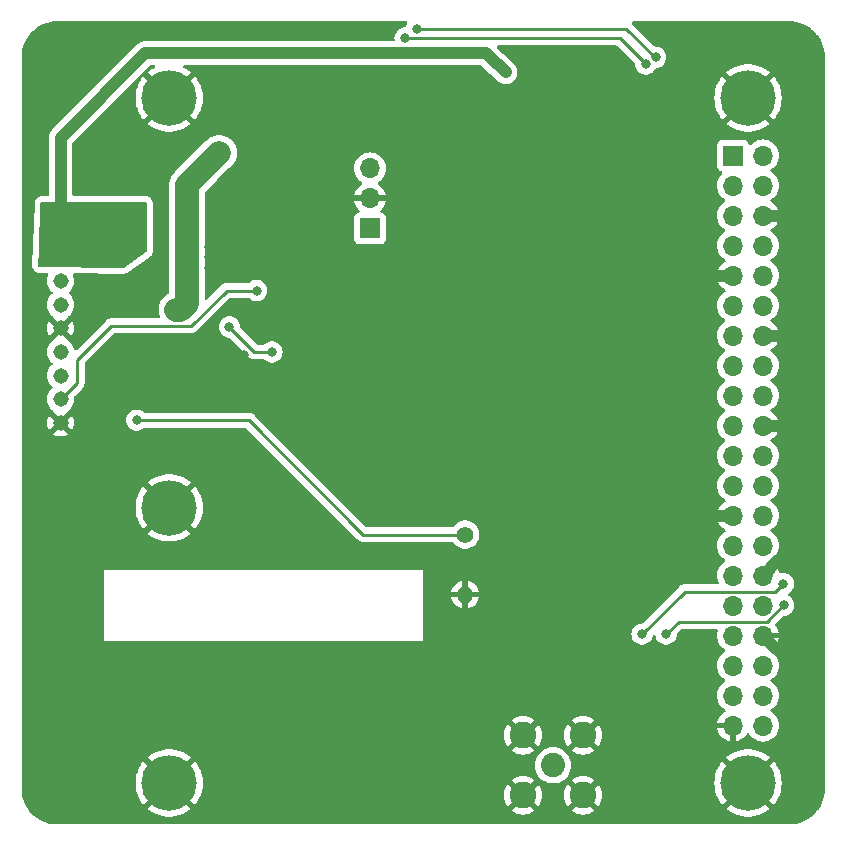
<source format=gbl>
%TF.GenerationSoftware,KiCad,Pcbnew,7.0.2-0*%
%TF.CreationDate,2023-11-14T22:29:05-08:00*%
%TF.ProjectId,RPi_interface,5250695f-696e-4746-9572-666163652e6b,1.0*%
%TF.SameCoordinates,Original*%
%TF.FileFunction,Copper,L4,Bot*%
%TF.FilePolarity,Positive*%
%FSLAX46Y46*%
G04 Gerber Fmt 4.6, Leading zero omitted, Abs format (unit mm)*
G04 Created by KiCad (PCBNEW 7.0.2-0) date 2023-11-14 22:29:05*
%MOMM*%
%LPD*%
G01*
G04 APERTURE LIST*
%TA.AperFunction,ComponentPad*%
%ADD10C,4.700000*%
%TD*%
%TA.AperFunction,ComponentPad*%
%ADD11C,1.400000*%
%TD*%
%TA.AperFunction,ComponentPad*%
%ADD12O,1.400000X1.400000*%
%TD*%
%TA.AperFunction,ComponentPad*%
%ADD13C,2.050000*%
%TD*%
%TA.AperFunction,ComponentPad*%
%ADD14C,2.250000*%
%TD*%
%TA.AperFunction,ComponentPad*%
%ADD15R,1.700000X1.700000*%
%TD*%
%TA.AperFunction,ComponentPad*%
%ADD16O,1.700000X1.700000*%
%TD*%
%TA.AperFunction,ComponentPad*%
%ADD17R,1.308000X1.308000*%
%TD*%
%TA.AperFunction,ComponentPad*%
%ADD18C,1.308000*%
%TD*%
%TA.AperFunction,ViaPad*%
%ADD19C,0.800000*%
%TD*%
%TA.AperFunction,Conductor*%
%ADD20C,1.000000*%
%TD*%
%TA.AperFunction,Conductor*%
%ADD21C,2.000000*%
%TD*%
%TA.AperFunction,Conductor*%
%ADD22C,0.250000*%
%TD*%
G04 APERTURE END LIST*
D10*
%TO.P,H5,1,1*%
%TO.N,GND*%
X102500000Y-86200000D03*
%TD*%
%TO.P,H2,1,1*%
%TO.N,GND*%
X151500000Y-51500000D03*
%TD*%
%TO.P,H4,1,1*%
%TO.N,GND*%
X151500000Y-109500000D03*
%TD*%
%TO.P,H1,1,1*%
%TO.N,GND*%
X102500000Y-51500000D03*
%TD*%
D11*
%TO.P,TH1,1*%
%TO.N,PyCubed_AIN?*%
X127550000Y-88460000D03*
D12*
%TO.P,TH1,2*%
%TO.N,GND*%
X127550000Y-93540000D03*
%TD*%
D10*
%TO.P,H3,1,1*%
%TO.N,GND*%
X102500000Y-109500000D03*
%TD*%
D13*
%TO.P,J4,1,In*%
%TO.N,Net-(J4-In)*%
X135000000Y-108000000D03*
D14*
%TO.P,J4,2,Ext*%
%TO.N,GND*%
X132460000Y-105460000D03*
X132460000Y-110540000D03*
X137540000Y-105460000D03*
X137540000Y-110540000D03*
%TD*%
D15*
%TO.P,J3,1,Pin_1*%
%TO.N,Net-(J3-Pin_1)*%
X119500000Y-62540000D03*
D16*
%TO.P,J3,2,Pin_2*%
%TO.N,GND*%
X119500000Y-60000000D03*
%TO.P,J3,3,Pin_3*%
%TO.N,unconnected-(J3-Pin_3-Pad3)*%
X119500000Y-57460000D03*
%TD*%
D17*
%TO.P,J2,1,1*%
%TO.N,VBATT*%
X93300000Y-65000000D03*
D18*
%TO.P,J2,2,2*%
%TO.N,TX*%
X93300000Y-67000001D03*
%TO.P,J2,3,3*%
%TO.N,RX*%
X93300000Y-69000000D03*
%TO.P,J2,4,4*%
%TO.N,GND*%
X93300000Y-71000001D03*
%TO.P,J2,5,5*%
%TO.N,RPI_RST*%
X93300000Y-72999999D03*
%TO.P,J2,6,6*%
%TO.N,PyCubed_AIN?*%
X93300000Y-75000000D03*
%TO.P,J2,7,7*%
%TO.N,ENAB_RPI*%
X93300000Y-76999999D03*
%TO.P,J2,8,8*%
%TO.N,GND*%
X93300000Y-79000000D03*
%TD*%
D15*
%TO.P,J1,1,Pin_1*%
%TO.N,unconnected-(J1-Pin_1-Pad1)*%
X150230000Y-56370000D03*
D16*
%TO.P,J1,2,Pin_2*%
%TO.N,5V*%
X152770000Y-56370000D03*
%TO.P,J1,3,Pin_3*%
%TO.N,unconnected-(J1-Pin_3-Pad3)*%
X150230000Y-58910000D03*
%TO.P,J1,4,Pin_4*%
%TO.N,5V*%
X152770000Y-58910000D03*
%TO.P,J1,5,Pin_5*%
%TO.N,unconnected-(J1-Pin_5-Pad5)*%
X150230000Y-61450000D03*
%TO.P,J1,6,Pin_6*%
%TO.N,GND*%
X152770000Y-61450000D03*
%TO.P,J1,7,Pin_7*%
%TO.N,unconnected-(J1-Pin_7-Pad7)*%
X150230000Y-63990000D03*
%TO.P,J1,8,Pin_8*%
%TO.N,TX*%
X152770000Y-63990000D03*
%TO.P,J1,9,Pin_9*%
%TO.N,GND*%
X150230000Y-66530000D03*
%TO.P,J1,10,Pin_10*%
%TO.N,RX*%
X152770000Y-66530000D03*
%TO.P,J1,11,Pin_11*%
%TO.N,unconnected-(J1-Pin_11-Pad11)*%
X150230000Y-69070000D03*
%TO.P,J1,12,Pin_12*%
%TO.N,unconnected-(J1-Pin_12-Pad12)*%
X152770000Y-69070000D03*
%TO.P,J1,13,Pin_13*%
%TO.N,ENAB_RF*%
X150230000Y-71610000D03*
%TO.P,J1,14,Pin_14*%
%TO.N,GND*%
X152770000Y-71610000D03*
%TO.P,J1,15,Pin_15*%
%TO.N,RF_RST*%
X150230000Y-74150000D03*
%TO.P,J1,16,Pin_16*%
%TO.N,RF_TX_EN*%
X152770000Y-74150000D03*
%TO.P,J1,17,Pin_17*%
%TO.N,unconnected-(J1-Pin_17-Pad17)*%
X150230000Y-76690000D03*
%TO.P,J1,18,Pin_18*%
%TO.N,RF_RX_EN*%
X152770000Y-76690000D03*
%TO.P,J1,19,Pin_19*%
%TO.N,MOSI*%
X150230000Y-79230000D03*
%TO.P,J1,20,Pin_20*%
%TO.N,GND*%
X152770000Y-79230000D03*
%TO.P,J1,21,Pin_21*%
%TO.N,MISO*%
X150230000Y-81770000D03*
%TO.P,J1,22,Pin_22*%
%TO.N,TCXO_EN*%
X152770000Y-81770000D03*
%TO.P,J1,23,Pin_23*%
%TO.N,SCLK*%
X150230000Y-84310000D03*
%TO.P,J1,24,Pin_24*%
%TO.N,unconnected-(J1-Pin_24-Pad24)*%
X152770000Y-84310000D03*
%TO.P,J1,25,Pin_25*%
%TO.N,GND*%
X150230000Y-86850000D03*
%TO.P,J1,26,Pin_26*%
%TO.N,unconnected-(J1-Pin_26-Pad26)*%
X152770000Y-86850000D03*
%TO.P,J1,27,Pin_27*%
%TO.N,unconnected-(J1-Pin_27-Pad27)*%
X150230000Y-89390000D03*
%TO.P,J1,28,Pin_28*%
%TO.N,unconnected-(J1-Pin_28-Pad28)*%
X152770000Y-89390000D03*
%TO.P,J1,29,Pin_29*%
%TO.N,RF_CS*%
X150230000Y-91930000D03*
%TO.P,J1,30,Pin_30*%
%TO.N,GND*%
X152770000Y-91930000D03*
%TO.P,J1,31,Pin_31*%
%TO.N,unconnected-(J1-Pin_31-Pad31)*%
X150230000Y-94470000D03*
%TO.P,J1,32,Pin_32*%
%TO.N,unconnected-(J1-Pin_32-Pad32)*%
X152770000Y-94470000D03*
%TO.P,J1,33,Pin_33*%
%TO.N,unconnected-(J1-Pin_33-Pad33)*%
X150230000Y-97010000D03*
%TO.P,J1,34,Pin_34*%
%TO.N,GND*%
X152770000Y-97010000D03*
%TO.P,J1,35,Pin_35*%
%TO.N,RF_IO1*%
X150230000Y-99550000D03*
%TO.P,J1,36,Pin_36*%
%TO.N,unconnected-(J1-Pin_36-Pad36)*%
X152770000Y-99550000D03*
%TO.P,J1,37,Pin_37*%
%TO.N,RF_BUSY*%
X150230000Y-102090000D03*
%TO.P,J1,38,Pin_38*%
%TO.N,RF_IO2*%
X152770000Y-102090000D03*
%TO.P,J1,39,Pin_39*%
%TO.N,GND*%
X150230000Y-104630000D03*
%TO.P,J1,40,Pin_40*%
%TO.N,RF_IO3*%
X152770000Y-104630000D03*
%TD*%
D19*
%TO.N,GND*%
X106875000Y-64125000D03*
X157200000Y-54050000D03*
X129100000Y-59300000D03*
X90725000Y-70425000D03*
X139125000Y-92525000D03*
X139125000Y-91575000D03*
X91900000Y-82925000D03*
X99375000Y-69675000D03*
X138250000Y-91575000D03*
X113475000Y-60025000D03*
X90725000Y-69525000D03*
X93825000Y-81175000D03*
X116350000Y-60900000D03*
X129100000Y-60175000D03*
X157200000Y-59150000D03*
X138250000Y-93475000D03*
X93825000Y-82925000D03*
X106875000Y-65000000D03*
X130050000Y-59300000D03*
X138575000Y-54575000D03*
X115400000Y-60900000D03*
X98475000Y-69675000D03*
X116350000Y-59150000D03*
X157200000Y-56550000D03*
X106800000Y-73300000D03*
X92875000Y-81175000D03*
X145550000Y-70350000D03*
X99375000Y-67875000D03*
X99375000Y-66975000D03*
X108775000Y-65875000D03*
X99375000Y-68775000D03*
X116350000Y-60025000D03*
X94775000Y-81175000D03*
X90725000Y-71325000D03*
X92875000Y-82925000D03*
X130050000Y-61050000D03*
X91625000Y-70425000D03*
X130050000Y-60175000D03*
X138575000Y-55525000D03*
X137700000Y-56475000D03*
X138250000Y-92525000D03*
X139125000Y-93475000D03*
X107825000Y-65000000D03*
X137375000Y-91575000D03*
X136825000Y-57450000D03*
X107825000Y-65875000D03*
X107825000Y-64125000D03*
X136825000Y-56475000D03*
X91625000Y-69525000D03*
X113475000Y-59150000D03*
X98475000Y-66975000D03*
X138500000Y-97100000D03*
X113475000Y-60900000D03*
X92875000Y-82050000D03*
X136825000Y-54575000D03*
X137375000Y-93475000D03*
X90725000Y-72225000D03*
X98475000Y-67875000D03*
X137700000Y-54575000D03*
X98475000Y-68775000D03*
X91900000Y-81175000D03*
X114450000Y-60900000D03*
X106875000Y-65875000D03*
X105900000Y-64125000D03*
X105900000Y-65875000D03*
X137375000Y-92525000D03*
X136825000Y-55525000D03*
X115400000Y-59150000D03*
X108775000Y-65000000D03*
X91625000Y-72225000D03*
X105900000Y-65000000D03*
X115400000Y-60025000D03*
X138575000Y-57450000D03*
X108775000Y-64125000D03*
X94775000Y-82925000D03*
X93825000Y-82050000D03*
X94775000Y-82050000D03*
X129100000Y-61050000D03*
X132975000Y-97025000D03*
X114450000Y-59150000D03*
X91900000Y-82050000D03*
X137700000Y-55525000D03*
X114450000Y-60025000D03*
X137375000Y-94450000D03*
X139125000Y-94450000D03*
X91625000Y-71325000D03*
X138250000Y-94450000D03*
X138575000Y-56475000D03*
X137700000Y-57450000D03*
X108800000Y-73300000D03*
%TO.N,5V*%
X107025000Y-56625000D03*
X104000000Y-68900000D03*
X103100000Y-69800000D03*
X106125000Y-57175000D03*
X104000000Y-67950000D03*
X107025000Y-55675000D03*
X106125000Y-56225000D03*
X103100000Y-68850000D03*
%TO.N,VBATT*%
X98800000Y-61000000D03*
X99700000Y-61900000D03*
X99700000Y-61000000D03*
X99700000Y-62800000D03*
X98800000Y-63700000D03*
X130975000Y-49325000D03*
X98800000Y-61900000D03*
X99700000Y-63700000D03*
X130250000Y-48650000D03*
X98800000Y-62800000D03*
%TO.N,Net-(U1-VREG5)*%
X107600000Y-70900000D03*
X111200000Y-73000000D03*
%TO.N,TX*%
X123450000Y-45625000D03*
X143675000Y-48050000D03*
%TO.N,RX*%
X122475000Y-46425000D03*
X142850000Y-48625000D03*
%TO.N,RF_TX_EN*%
X154525000Y-94450000D03*
X144561750Y-96895000D03*
%TO.N,RF_RX_EN*%
X142531750Y-96895000D03*
X154500000Y-92625000D03*
%TO.N,PyCubed_AIN?*%
X99750000Y-78775000D03*
%TO.N,ENAB_RPI*%
X109900000Y-67800000D03*
%TD*%
D20*
%TO.N,GND*%
X152770000Y-71610000D02*
X155110000Y-71610000D01*
X152770000Y-91930000D02*
X154050000Y-90650000D01*
X152770000Y-97010000D02*
X155185000Y-99425000D01*
X152770000Y-61450000D02*
X154500000Y-61450000D01*
X150230000Y-66530000D02*
X147870000Y-66530000D01*
X154050000Y-90650000D02*
X155700000Y-90650000D01*
X150230000Y-86850000D02*
X147825000Y-86850000D01*
X154500000Y-61450000D02*
X155375000Y-62325000D01*
X152770000Y-79230000D02*
X154745000Y-79230000D01*
D21*
%TO.N,5V*%
X106700000Y-56150000D02*
X104000000Y-58850000D01*
X104000000Y-58850000D02*
X104000000Y-68900000D01*
X103450000Y-69450000D02*
X103100000Y-69450000D01*
X104000000Y-68900000D02*
X103450000Y-69450000D01*
X106750000Y-56150000D02*
X106700000Y-56150000D01*
D20*
%TO.N,VBATT*%
X129300000Y-47700000D02*
X130250000Y-48650000D01*
X93300000Y-54875000D02*
X93300000Y-65000000D01*
X100475000Y-47700000D02*
X93300000Y-54875000D01*
X130250000Y-48650000D02*
X130300000Y-48650000D01*
X130300000Y-48650000D02*
X130975000Y-49325000D01*
X100475000Y-47700000D02*
X129300000Y-47700000D01*
D22*
%TO.N,Net-(U1-VREG5)*%
X111200000Y-73000000D02*
X109700000Y-73000000D01*
X109700000Y-73000000D02*
X107600000Y-70900000D01*
%TO.N,TX*%
X123450000Y-45625000D02*
X141200000Y-45625000D01*
X141200000Y-45625000D02*
X143625000Y-48050000D01*
X143625000Y-48050000D02*
X143675000Y-48050000D01*
%TO.N,RX*%
X122475000Y-46425000D02*
X140650000Y-46425000D01*
X140650000Y-46425000D02*
X142850000Y-48625000D01*
%TO.N,RF_TX_EN*%
X145621750Y-95835000D02*
X153115000Y-95835000D01*
X144561750Y-96895000D02*
X145621750Y-95835000D01*
X153115000Y-95835000D02*
X154500000Y-94450000D01*
%TO.N,RF_RX_EN*%
X153805000Y-93295000D02*
X154475000Y-92625000D01*
X142531750Y-96895000D02*
X146131750Y-93295000D01*
X146131750Y-93295000D02*
X153805000Y-93295000D01*
%TO.N,PyCubed_AIN?*%
X109250000Y-78775000D02*
X99750000Y-78775000D01*
X118935000Y-88460000D02*
X127550000Y-88460000D01*
X109250000Y-78775000D02*
X118935000Y-88460000D01*
%TO.N,ENAB_RPI*%
X97600000Y-70775000D02*
X94700000Y-73675000D01*
X97600000Y-70775000D02*
X104375000Y-70775000D01*
X109900000Y-67800000D02*
X107350000Y-67800000D01*
X107350000Y-67800000D02*
X104375000Y-70775000D01*
X94700000Y-73675000D02*
X94700000Y-75599999D01*
X94700000Y-75599999D02*
X93300000Y-76999999D01*
%TD*%
%TA.AperFunction,Conductor*%
%TO.N,GND*%
G36*
X122623012Y-45020185D02*
G01*
X122668767Y-45072989D01*
X122678711Y-45142147D01*
X122663360Y-45186500D01*
X122622820Y-45256715D01*
X122563652Y-45438818D01*
X122524215Y-45496494D01*
X122459856Y-45523692D01*
X122445721Y-45524500D01*
X122380352Y-45524500D01*
X122195197Y-45563855D01*
X122022269Y-45640848D01*
X121869129Y-45752110D01*
X121742466Y-45892783D01*
X121647820Y-46056715D01*
X121589326Y-46236742D01*
X121569540Y-46425000D01*
X121583996Y-46562539D01*
X121571426Y-46631268D01*
X121523694Y-46682292D01*
X121460675Y-46699500D01*
X100489238Y-46699500D01*
X100486096Y-46699460D01*
X100398635Y-46697243D01*
X100340581Y-46707648D01*
X100331253Y-46708957D01*
X100272561Y-46714926D01*
X100243527Y-46724035D01*
X100228288Y-46727775D01*
X100198345Y-46733142D01*
X100143568Y-46755021D01*
X100134698Y-46758179D01*
X100078410Y-46775841D01*
X100051809Y-46790605D01*
X100037639Y-46797335D01*
X100009385Y-46808622D01*
X99960121Y-46841087D01*
X99952070Y-46845964D01*
X99900498Y-46874590D01*
X99877414Y-46894407D01*
X99864887Y-46903853D01*
X99839481Y-46920598D01*
X99797775Y-46962303D01*
X99790868Y-46968704D01*
X99746103Y-47007135D01*
X99727480Y-47031193D01*
X99717108Y-47042969D01*
X92602646Y-54157432D01*
X92600399Y-54159623D01*
X92536948Y-54219939D01*
X92503244Y-54268362D01*
X92497573Y-54275882D01*
X92460301Y-54321593D01*
X92446210Y-54348566D01*
X92438082Y-54361983D01*
X92420705Y-54386950D01*
X92397439Y-54441165D01*
X92393399Y-54449671D01*
X92366090Y-54501952D01*
X92357720Y-54531201D01*
X92352459Y-54545978D01*
X92340460Y-54573942D01*
X92328587Y-54631713D01*
X92326342Y-54640860D01*
X92310113Y-54697580D01*
X92307802Y-54727925D01*
X92305622Y-54743466D01*
X92299500Y-54773258D01*
X92299500Y-54832241D01*
X92299142Y-54841655D01*
X92294663Y-54900477D01*
X92298506Y-54930651D01*
X92299500Y-54946317D01*
X92299500Y-59670500D01*
X92279815Y-59737539D01*
X92227011Y-59783294D01*
X92175500Y-59794500D01*
X91719573Y-59794500D01*
X91716552Y-59794796D01*
X91716552Y-59794797D01*
X91624148Y-59803882D01*
X91624144Y-59803882D01*
X91621119Y-59804180D01*
X91618143Y-59804770D01*
X91618129Y-59804773D01*
X91576729Y-59812994D01*
X91576719Y-59812996D01*
X91573740Y-59813588D01*
X91570843Y-59814465D01*
X91570816Y-59814472D01*
X91479049Y-59842262D01*
X91355258Y-59915603D01*
X91300824Y-59959411D01*
X91202727Y-60064637D01*
X91138236Y-60193263D01*
X91116856Y-60257359D01*
X91116173Y-60259287D01*
X91090487Y-60401128D01*
X90899568Y-65651409D01*
X90899568Y-65651423D01*
X90899442Y-65654897D01*
X90899706Y-65658356D01*
X90899707Y-65658372D01*
X90907850Y-65764796D01*
X90907851Y-65764807D01*
X90908117Y-65768277D01*
X90908771Y-65771695D01*
X90908773Y-65771709D01*
X90917877Y-65819281D01*
X90918536Y-65822723D01*
X90919573Y-65826054D01*
X90919576Y-65826066D01*
X90952336Y-65931300D01*
X91028436Y-66053408D01*
X91073454Y-66106844D01*
X91163236Y-66186850D01*
X91180869Y-66202563D01*
X91310905Y-66264146D01*
X91310907Y-66264146D01*
X91310910Y-66264148D01*
X91380981Y-66285784D01*
X91387281Y-66286279D01*
X91519784Y-66307212D01*
X92152345Y-66315997D01*
X92219105Y-66336611D01*
X92264122Y-66390045D01*
X92273104Y-66459335D01*
X92261624Y-66495256D01*
X92218847Y-66581164D01*
X92160295Y-66786950D01*
X92140554Y-67000000D01*
X92160295Y-67213051D01*
X92218848Y-67418841D01*
X92314216Y-67610368D01*
X92443159Y-67781116D01*
X92582743Y-67908363D01*
X92619025Y-67968074D01*
X92617264Y-68037922D01*
X92582744Y-68091637D01*
X92443157Y-68218887D01*
X92314216Y-68389632D01*
X92218848Y-68581159D01*
X92160295Y-68786949D01*
X92140554Y-69000000D01*
X92160295Y-69213050D01*
X92218848Y-69418840D01*
X92314216Y-69610367D01*
X92443159Y-69781115D01*
X92601273Y-69925254D01*
X92601274Y-69925255D01*
X92601278Y-69925258D01*
X92618791Y-69936102D01*
X92665426Y-69988126D01*
X92670165Y-70016614D01*
X93255599Y-70602047D01*
X93174852Y-70614836D01*
X93061955Y-70672360D01*
X92972359Y-70761956D01*
X92914835Y-70874853D01*
X92902046Y-70955599D01*
X92323980Y-70377533D01*
X92314646Y-70389896D01*
X92219315Y-70581344D01*
X92160789Y-70787043D01*
X92141056Y-71000001D01*
X92160789Y-71212958D01*
X92219315Y-71418657D01*
X92314646Y-71610106D01*
X92323980Y-71622467D01*
X92902046Y-71044401D01*
X92914835Y-71125149D01*
X92972359Y-71238046D01*
X93061955Y-71327642D01*
X93174852Y-71385166D01*
X93255599Y-71397954D01*
X92669909Y-71983642D01*
X92664860Y-72013040D01*
X92618795Y-72063894D01*
X92601277Y-72074741D01*
X92443159Y-72218883D01*
X92314216Y-72389631D01*
X92218848Y-72581158D01*
X92160295Y-72786948D01*
X92140554Y-72999998D01*
X92160295Y-73213049D01*
X92218848Y-73418839D01*
X92314216Y-73610366D01*
X92443159Y-73781114D01*
X92582745Y-73908362D01*
X92619027Y-73968073D01*
X92617266Y-74037920D01*
X92582745Y-74091636D01*
X92443159Y-74218884D01*
X92314216Y-74389632D01*
X92218848Y-74581159D01*
X92160295Y-74786949D01*
X92140554Y-74999999D01*
X92160295Y-75213050D01*
X92218848Y-75418840D01*
X92314216Y-75610367D01*
X92443159Y-75781115D01*
X92582743Y-75908362D01*
X92619025Y-75968073D01*
X92617264Y-76037921D01*
X92582744Y-76091636D01*
X92443157Y-76218886D01*
X92314216Y-76389631D01*
X92218848Y-76581158D01*
X92160295Y-76786948D01*
X92140554Y-76999999D01*
X92160295Y-77213049D01*
X92218848Y-77418839D01*
X92314216Y-77610366D01*
X92443159Y-77781114D01*
X92601273Y-77925253D01*
X92601274Y-77925254D01*
X92601278Y-77925257D01*
X92618791Y-77936101D01*
X92665426Y-77988125D01*
X92670165Y-78016613D01*
X93255599Y-78602046D01*
X93174852Y-78614835D01*
X93061955Y-78672359D01*
X92972359Y-78761955D01*
X92914835Y-78874852D01*
X92902046Y-78955599D01*
X92323980Y-78377532D01*
X92314646Y-78389895D01*
X92219315Y-78581343D01*
X92160789Y-78787042D01*
X92141056Y-78999999D01*
X92160789Y-79212957D01*
X92219315Y-79418656D01*
X92314646Y-79610105D01*
X92323980Y-79622466D01*
X92902046Y-79044399D01*
X92914835Y-79125148D01*
X92972359Y-79238045D01*
X93061955Y-79327641D01*
X93174852Y-79385165D01*
X93255599Y-79397953D01*
X92680085Y-79973465D01*
X92783413Y-80037443D01*
X92982840Y-80114701D01*
X93193068Y-80154000D01*
X93406932Y-80154000D01*
X93617159Y-80114701D01*
X93816586Y-80037443D01*
X93919913Y-79973465D01*
X93344401Y-79397953D01*
X93425148Y-79385165D01*
X93538045Y-79327641D01*
X93627641Y-79238045D01*
X93685165Y-79125148D01*
X93697953Y-79044400D01*
X94276018Y-79622465D01*
X94285355Y-79610102D01*
X94380684Y-79418656D01*
X94439210Y-79212957D01*
X94458943Y-79000000D01*
X94439210Y-78787042D01*
X94435784Y-78775000D01*
X98844540Y-78775000D01*
X98864326Y-78963257D01*
X98922820Y-79143284D01*
X99017466Y-79307216D01*
X99144129Y-79447889D01*
X99297269Y-79559151D01*
X99470197Y-79636144D01*
X99655352Y-79675500D01*
X99655354Y-79675500D01*
X99844648Y-79675500D01*
X99968083Y-79649262D01*
X100029803Y-79636144D01*
X100202730Y-79559151D01*
X100355871Y-79447888D01*
X100361598Y-79441527D01*
X100421084Y-79404879D01*
X100453747Y-79400500D01*
X108939548Y-79400500D01*
X109006587Y-79420185D01*
X109027229Y-79436819D01*
X118434196Y-88843787D01*
X118447096Y-88859888D01*
X118498223Y-88907900D01*
X118501020Y-88910611D01*
X118520529Y-88930120D01*
X118523709Y-88932587D01*
X118532571Y-88940155D01*
X118564418Y-88970062D01*
X118581970Y-88979711D01*
X118598238Y-88990397D01*
X118614064Y-89002673D01*
X118654146Y-89020017D01*
X118664633Y-89025155D01*
X118702907Y-89046197D01*
X118711410Y-89048379D01*
X118722308Y-89051178D01*
X118740713Y-89057478D01*
X118759104Y-89065437D01*
X118802250Y-89072270D01*
X118813668Y-89074635D01*
X118855981Y-89085500D01*
X118876016Y-89085500D01*
X118895415Y-89087027D01*
X118915196Y-89090160D01*
X118958674Y-89086050D01*
X118970344Y-89085500D01*
X126456258Y-89085500D01*
X126523297Y-89105185D01*
X126555212Y-89134773D01*
X126659019Y-89272237D01*
X126823437Y-89422124D01*
X127012595Y-89539245D01*
X127012597Y-89539245D01*
X127012599Y-89539247D01*
X127220060Y-89619618D01*
X127438757Y-89660500D01*
X127438759Y-89660500D01*
X127661241Y-89660500D01*
X127661243Y-89660500D01*
X127879940Y-89619618D01*
X128087401Y-89539247D01*
X128276562Y-89422124D01*
X128440981Y-89272236D01*
X128575058Y-89094689D01*
X128674229Y-88895528D01*
X128684370Y-88859888D01*
X128714219Y-88754978D01*
X128735115Y-88681536D01*
X128755643Y-88460000D01*
X128735115Y-88238464D01*
X128700299Y-88116097D01*
X128674230Y-88024473D01*
X128575058Y-87825311D01*
X128440980Y-87647762D01*
X128276562Y-87497875D01*
X128087404Y-87380754D01*
X128026174Y-87357033D01*
X127879940Y-87300382D01*
X127661243Y-87259500D01*
X127438757Y-87259500D01*
X127220060Y-87300382D01*
X127012595Y-87380754D01*
X126823437Y-87497875D01*
X126659019Y-87647762D01*
X126555212Y-87785227D01*
X126499103Y-87826863D01*
X126456258Y-87834500D01*
X119245453Y-87834500D01*
X119178414Y-87814815D01*
X119157772Y-87798181D01*
X109750802Y-78391211D01*
X109737906Y-78375113D01*
X109686775Y-78327098D01*
X109683978Y-78324387D01*
X109667227Y-78307636D01*
X109664471Y-78304880D01*
X109661290Y-78302412D01*
X109652422Y-78294837D01*
X109620582Y-78264938D01*
X109603024Y-78255285D01*
X109586764Y-78244604D01*
X109570936Y-78232327D01*
X109530851Y-78214980D01*
X109520361Y-78209841D01*
X109482091Y-78188802D01*
X109462691Y-78183821D01*
X109444284Y-78177519D01*
X109425897Y-78169562D01*
X109382758Y-78162729D01*
X109371324Y-78160361D01*
X109329019Y-78149500D01*
X109308984Y-78149500D01*
X109289586Y-78147973D01*
X109282162Y-78146797D01*
X109269805Y-78144840D01*
X109269804Y-78144840D01*
X109236751Y-78147964D01*
X109226325Y-78148950D01*
X109214656Y-78149500D01*
X100453747Y-78149500D01*
X100386708Y-78129815D01*
X100361599Y-78108473D01*
X100355871Y-78102112D01*
X100202730Y-77990849D01*
X100202729Y-77990848D01*
X100202727Y-77990847D01*
X100029802Y-77913855D01*
X99844648Y-77874500D01*
X99844646Y-77874500D01*
X99655354Y-77874500D01*
X99655352Y-77874500D01*
X99470197Y-77913855D01*
X99297269Y-77990848D01*
X99144129Y-78102110D01*
X99017466Y-78242783D01*
X98922820Y-78406715D01*
X98864326Y-78586742D01*
X98844540Y-78775000D01*
X94435784Y-78775000D01*
X94380684Y-78581343D01*
X94285353Y-78389893D01*
X94276019Y-78377533D01*
X93697953Y-78955598D01*
X93685165Y-78874852D01*
X93627641Y-78761955D01*
X93538045Y-78672359D01*
X93425148Y-78614835D01*
X93344400Y-78602046D01*
X93930087Y-78016359D01*
X93935137Y-77986958D01*
X93981206Y-77936102D01*
X93998722Y-77925257D01*
X94156841Y-77781113D01*
X94285781Y-77610369D01*
X94285781Y-77610367D01*
X94285783Y-77610366D01*
X94381151Y-77418839D01*
X94439704Y-77213049D01*
X94445207Y-77153662D01*
X94459446Y-76999999D01*
X94441507Y-76806412D01*
X94454922Y-76737844D01*
X94477294Y-76707294D01*
X95083789Y-76100799D01*
X95099885Y-76087905D01*
X95101873Y-76085786D01*
X95101877Y-76085785D01*
X95147949Y-76036722D01*
X95150534Y-76034054D01*
X95170120Y-76014470D01*
X95172585Y-76011291D01*
X95180167Y-76002415D01*
X95182436Y-75999999D01*
X95210062Y-75970581D01*
X95219712Y-75953026D01*
X95230400Y-75936756D01*
X95242673Y-75920935D01*
X95260026Y-75880831D01*
X95265157Y-75870361D01*
X95286197Y-75832091D01*
X95291175Y-75812698D01*
X95297481Y-75794281D01*
X95303179Y-75781114D01*
X95305438Y-75775895D01*
X95312272Y-75732744D01*
X95314635Y-75721330D01*
X95325500Y-75679018D01*
X95325500Y-75658982D01*
X95327027Y-75639583D01*
X95330160Y-75619803D01*
X95326050Y-75576323D01*
X95325500Y-75564654D01*
X95325500Y-73985452D01*
X95345185Y-73918413D01*
X95361819Y-73897771D01*
X97822772Y-71436819D01*
X97884095Y-71403334D01*
X97910453Y-71400500D01*
X104292256Y-71400500D01*
X104312762Y-71402764D01*
X104315665Y-71402672D01*
X104315667Y-71402673D01*
X104382872Y-71400561D01*
X104386768Y-71400500D01*
X104410448Y-71400500D01*
X104414350Y-71400500D01*
X104418313Y-71399999D01*
X104429962Y-71399080D01*
X104473627Y-71397709D01*
X104492859Y-71392120D01*
X104511918Y-71388174D01*
X104518196Y-71387381D01*
X104531792Y-71385664D01*
X104572407Y-71369582D01*
X104583444Y-71365803D01*
X104625390Y-71353618D01*
X104642629Y-71343422D01*
X104660102Y-71334862D01*
X104678732Y-71327486D01*
X104714064Y-71301814D01*
X104723830Y-71295400D01*
X104761418Y-71273171D01*
X104761417Y-71273171D01*
X104761420Y-71273170D01*
X104775585Y-71259004D01*
X104790373Y-71246373D01*
X104806587Y-71234594D01*
X104834438Y-71200926D01*
X104842279Y-71192309D01*
X105134588Y-70900000D01*
X106694540Y-70900000D01*
X106714326Y-71088257D01*
X106772820Y-71268284D01*
X106867466Y-71432216D01*
X106994129Y-71572889D01*
X107147269Y-71684151D01*
X107320197Y-71761144D01*
X107505352Y-71800500D01*
X107505354Y-71800500D01*
X107564548Y-71800500D01*
X107631587Y-71820185D01*
X107652229Y-71836819D01*
X109199196Y-73383787D01*
X109212096Y-73399888D01*
X109214213Y-73401876D01*
X109214214Y-73401877D01*
X109263223Y-73447900D01*
X109266020Y-73450611D01*
X109285529Y-73470120D01*
X109288709Y-73472587D01*
X109297571Y-73480155D01*
X109326992Y-73507784D01*
X109329418Y-73510062D01*
X109346970Y-73519711D01*
X109363238Y-73530397D01*
X109379064Y-73542673D01*
X109419146Y-73560017D01*
X109429633Y-73565155D01*
X109467907Y-73586197D01*
X109476410Y-73588379D01*
X109487308Y-73591178D01*
X109505713Y-73597478D01*
X109524104Y-73605437D01*
X109567250Y-73612270D01*
X109578668Y-73614635D01*
X109620981Y-73625500D01*
X109641016Y-73625500D01*
X109660415Y-73627027D01*
X109680196Y-73630160D01*
X109723674Y-73626050D01*
X109735344Y-73625500D01*
X110496253Y-73625500D01*
X110563292Y-73645185D01*
X110588400Y-73666526D01*
X110594129Y-73672888D01*
X110747270Y-73784151D01*
X110747271Y-73784151D01*
X110747272Y-73784152D01*
X110920197Y-73861144D01*
X111105352Y-73900500D01*
X111105354Y-73900500D01*
X111294648Y-73900500D01*
X111418083Y-73874262D01*
X111479803Y-73861144D01*
X111652730Y-73784151D01*
X111787360Y-73686337D01*
X111805870Y-73672889D01*
X111811598Y-73666528D01*
X111932533Y-73532216D01*
X112027179Y-73368284D01*
X112085674Y-73188256D01*
X112105460Y-73000000D01*
X112085674Y-72811744D01*
X112032630Y-72648491D01*
X112027179Y-72631715D01*
X111932533Y-72467783D01*
X111805870Y-72327110D01*
X111652730Y-72215848D01*
X111479802Y-72138855D01*
X111294648Y-72099500D01*
X111294646Y-72099500D01*
X111105354Y-72099500D01*
X111105352Y-72099500D01*
X110920197Y-72138855D01*
X110747272Y-72215847D01*
X110697815Y-72251780D01*
X110594129Y-72327112D01*
X110588401Y-72333472D01*
X110528916Y-72370121D01*
X110496253Y-72374500D01*
X110010453Y-72374500D01*
X109943414Y-72354815D01*
X109922772Y-72338181D01*
X108538960Y-70954369D01*
X108505475Y-70893046D01*
X108503323Y-70879668D01*
X108485674Y-70711744D01*
X108455332Y-70618363D01*
X108427179Y-70531715D01*
X108332533Y-70367783D01*
X108205870Y-70227110D01*
X108052730Y-70115848D01*
X107879802Y-70038855D01*
X107694648Y-69999500D01*
X107694646Y-69999500D01*
X107505354Y-69999500D01*
X107505352Y-69999500D01*
X107320197Y-70038855D01*
X107147269Y-70115848D01*
X106994129Y-70227110D01*
X106867466Y-70367783D01*
X106772820Y-70531715D01*
X106714326Y-70711742D01*
X106694540Y-70900000D01*
X105134588Y-70900000D01*
X107572771Y-68461819D01*
X107634095Y-68428334D01*
X107660453Y-68425500D01*
X109196253Y-68425500D01*
X109263292Y-68445185D01*
X109288400Y-68466526D01*
X109294129Y-68472888D01*
X109447270Y-68584151D01*
X109447271Y-68584151D01*
X109447272Y-68584152D01*
X109620197Y-68661144D01*
X109805352Y-68700500D01*
X109805354Y-68700500D01*
X109994648Y-68700500D01*
X110118084Y-68674262D01*
X110179803Y-68661144D01*
X110352730Y-68584151D01*
X110356848Y-68581159D01*
X110505870Y-68472889D01*
X110511598Y-68466528D01*
X110632533Y-68332216D01*
X110727179Y-68168284D01*
X110785674Y-67988256D01*
X110805460Y-67800000D01*
X110785674Y-67611744D01*
X110727179Y-67431716D01*
X110727179Y-67431715D01*
X110632533Y-67267783D01*
X110505870Y-67127110D01*
X110352730Y-67015848D01*
X110179802Y-66938855D01*
X109994648Y-66899500D01*
X109994646Y-66899500D01*
X109805354Y-66899500D01*
X109805352Y-66899500D01*
X109620197Y-66938855D01*
X109447272Y-67015847D01*
X109345175Y-67090024D01*
X109294129Y-67127112D01*
X109288401Y-67133472D01*
X109228916Y-67170121D01*
X109196253Y-67174500D01*
X107432740Y-67174500D01*
X107412236Y-67172236D01*
X107342144Y-67174439D01*
X107338250Y-67174500D01*
X107310650Y-67174500D01*
X107306799Y-67174986D01*
X107306768Y-67174988D01*
X107306640Y-67175005D01*
X107295028Y-67175918D01*
X107251372Y-67177290D01*
X107232135Y-67182879D01*
X107213094Y-67186822D01*
X107193208Y-67189335D01*
X107152582Y-67205419D01*
X107141537Y-67209200D01*
X107099613Y-67221381D01*
X107082365Y-67231581D01*
X107064903Y-67240135D01*
X107052915Y-67244881D01*
X107046265Y-67247515D01*
X107010926Y-67273189D01*
X107001168Y-67279599D01*
X106963579Y-67301829D01*
X106949410Y-67315998D01*
X106934622Y-67328628D01*
X106918413Y-67340405D01*
X106890572Y-67374058D01*
X106882711Y-67382696D01*
X105712181Y-68553227D01*
X105650858Y-68586712D01*
X105581166Y-68581728D01*
X105525233Y-68539856D01*
X105500816Y-68474392D01*
X105500500Y-68465546D01*
X105500500Y-59522889D01*
X105520185Y-59455850D01*
X105536819Y-59435208D01*
X106534060Y-58437967D01*
X107512027Y-57459999D01*
X118144340Y-57459999D01*
X118164936Y-57695407D01*
X118195888Y-57810921D01*
X118226097Y-57923663D01*
X118325965Y-58137830D01*
X118461505Y-58331401D01*
X118628599Y-58498495D01*
X118814596Y-58628732D01*
X118858219Y-58683307D01*
X118865412Y-58752806D01*
X118833890Y-58815160D01*
X118814595Y-58831880D01*
X118628919Y-58961892D01*
X118461890Y-59128921D01*
X118326400Y-59322421D01*
X118226569Y-59536507D01*
X118169364Y-59749999D01*
X118169364Y-59750000D01*
X119066314Y-59750000D01*
X119040507Y-59790156D01*
X119000000Y-59928111D01*
X119000000Y-60071889D01*
X119040507Y-60209844D01*
X119066314Y-60250000D01*
X118169364Y-60250000D01*
X118226569Y-60463492D01*
X118326399Y-60677576D01*
X118461893Y-60871081D01*
X118583946Y-60993134D01*
X118617431Y-61054457D01*
X118612447Y-61124149D01*
X118570575Y-61180082D01*
X118539599Y-61196997D01*
X118407669Y-61246204D01*
X118292454Y-61332454D01*
X118206204Y-61447668D01*
X118155910Y-61582515D01*
X118155909Y-61582517D01*
X118149500Y-61642127D01*
X118149500Y-61645448D01*
X118149500Y-61645449D01*
X118149500Y-63434560D01*
X118149500Y-63434578D01*
X118149501Y-63437872D01*
X118155909Y-63497483D01*
X118206204Y-63632331D01*
X118292454Y-63747546D01*
X118407669Y-63833796D01*
X118542517Y-63884091D01*
X118602127Y-63890500D01*
X120397872Y-63890499D01*
X120457483Y-63884091D01*
X120592331Y-63833796D01*
X120707546Y-63747546D01*
X120793796Y-63632331D01*
X120844091Y-63497483D01*
X120850500Y-63437873D01*
X120850499Y-61642128D01*
X120844091Y-61582517D01*
X120793796Y-61447669D01*
X120707546Y-61332454D01*
X120592331Y-61246204D01*
X120460399Y-61196996D01*
X120404467Y-61155125D01*
X120380050Y-61089661D01*
X120394902Y-61021388D01*
X120416053Y-60993133D01*
X120538109Y-60871077D01*
X120673600Y-60677576D01*
X120773430Y-60463492D01*
X120830636Y-60250000D01*
X119933686Y-60250000D01*
X119959493Y-60209844D01*
X120000000Y-60071889D01*
X120000000Y-59928111D01*
X119959493Y-59790156D01*
X119933686Y-59750000D01*
X120830636Y-59750000D01*
X120830635Y-59749999D01*
X120773430Y-59536507D01*
X120673599Y-59322421D01*
X120538109Y-59128921D01*
X120371081Y-58961893D01*
X120185404Y-58831880D01*
X120141780Y-58777303D01*
X120134587Y-58707804D01*
X120166109Y-58645450D01*
X120185399Y-58628734D01*
X120371401Y-58498495D01*
X120538495Y-58331401D01*
X120674035Y-58137830D01*
X120773903Y-57923663D01*
X120835063Y-57695408D01*
X120855659Y-57460000D01*
X120852542Y-57424379D01*
X120835063Y-57224592D01*
X120820367Y-57169744D01*
X120773903Y-56996337D01*
X120674035Y-56782171D01*
X120538495Y-56588599D01*
X120371401Y-56421505D01*
X120177830Y-56285965D01*
X119963663Y-56186097D01*
X119902501Y-56169709D01*
X119735407Y-56124936D01*
X119500000Y-56104340D01*
X119264592Y-56124936D01*
X119036336Y-56186097D01*
X118822170Y-56285965D01*
X118628598Y-56421505D01*
X118461505Y-56588598D01*
X118325965Y-56782170D01*
X118226097Y-56996336D01*
X118164936Y-57224592D01*
X118144340Y-57459999D01*
X107512027Y-57459999D01*
X107547652Y-57424374D01*
X107567501Y-57408255D01*
X107674785Y-57338164D01*
X107857738Y-57169744D01*
X108010474Y-56973509D01*
X108128828Y-56754810D01*
X108209571Y-56519614D01*
X108250500Y-56274335D01*
X108250500Y-56025665D01*
X108209571Y-55780386D01*
X108128828Y-55545190D01*
X108010474Y-55326491D01*
X108010471Y-55326487D01*
X108010470Y-55326485D01*
X107857740Y-55130259D01*
X107857738Y-55130256D01*
X107674785Y-54961836D01*
X107466607Y-54825827D01*
X107466604Y-54825825D01*
X107341523Y-54770960D01*
X107238881Y-54725937D01*
X107058867Y-54680351D01*
X106997822Y-54664892D01*
X106963854Y-54662077D01*
X106812067Y-54649500D01*
X106809497Y-54649500D01*
X106800865Y-54649500D01*
X106785527Y-54648548D01*
X106762219Y-54645642D01*
X106675160Y-54649243D01*
X106671526Y-54649394D01*
X106666404Y-54649500D01*
X106637933Y-54649500D01*
X106635406Y-54649709D01*
X106635390Y-54649710D01*
X106609551Y-54651851D01*
X106604440Y-54652168D01*
X106513763Y-54655919D01*
X106490776Y-54660738D01*
X106475579Y-54662952D01*
X106452180Y-54664891D01*
X106364215Y-54687166D01*
X106359225Y-54688320D01*
X106270385Y-54706949D01*
X106248501Y-54715488D01*
X106233874Y-54720174D01*
X106211116Y-54725937D01*
X106128023Y-54762385D01*
X106123291Y-54764346D01*
X106038723Y-54797345D01*
X106018547Y-54809367D01*
X106004895Y-54816394D01*
X105983396Y-54825825D01*
X105907410Y-54875468D01*
X105903065Y-54878180D01*
X105825104Y-54924635D01*
X105807183Y-54939813D01*
X105794868Y-54948995D01*
X105775218Y-54961833D01*
X105708448Y-55023298D01*
X105704613Y-55026685D01*
X105684826Y-55043445D01*
X105684819Y-55043451D01*
X105682875Y-55045098D01*
X105681069Y-55046902D01*
X105681071Y-55046902D01*
X105662750Y-55065222D01*
X105659057Y-55068764D01*
X105592261Y-55130255D01*
X105577832Y-55148793D01*
X105567663Y-55160308D01*
X103010306Y-57717664D01*
X102998793Y-57727832D01*
X102980254Y-57742262D01*
X102918775Y-57809045D01*
X102915233Y-57812738D01*
X102895098Y-57832874D01*
X102893437Y-57834834D01*
X102893437Y-57834835D01*
X102876689Y-57854609D01*
X102873299Y-57858447D01*
X102811835Y-57925215D01*
X102798995Y-57944868D01*
X102789813Y-57957183D01*
X102774636Y-57975102D01*
X102728174Y-58053074D01*
X102725462Y-58057417D01*
X102675826Y-58133392D01*
X102666396Y-58154891D01*
X102659368Y-58168545D01*
X102647343Y-58188726D01*
X102614346Y-58273288D01*
X102612386Y-58278020D01*
X102575936Y-58361120D01*
X102570169Y-58383890D01*
X102565484Y-58398515D01*
X102556951Y-58420385D01*
X102538324Y-58509211D01*
X102537170Y-58514200D01*
X102514891Y-58602180D01*
X102512952Y-58625578D01*
X102510738Y-58640777D01*
X102505919Y-58663762D01*
X102502168Y-58754440D01*
X102501851Y-58759551D01*
X102499710Y-58785390D01*
X102499709Y-58785406D01*
X102499500Y-58787933D01*
X102499500Y-58790486D01*
X102499500Y-58816402D01*
X102499394Y-58821527D01*
X102495642Y-58912223D01*
X102498547Y-58935529D01*
X102499499Y-58950864D01*
X102499500Y-67993884D01*
X102479815Y-68060923D01*
X102427011Y-68106678D01*
X102425312Y-68107439D01*
X102383393Y-68125826D01*
X102175216Y-68261835D01*
X102175214Y-68261836D01*
X102175215Y-68261836D01*
X101994948Y-68427784D01*
X101992259Y-68430259D01*
X101839529Y-68626485D01*
X101839526Y-68626491D01*
X101752691Y-68786949D01*
X101721170Y-68845194D01*
X101640429Y-69080384D01*
X101599500Y-69325665D01*
X101599500Y-69574334D01*
X101640429Y-69819615D01*
X101697287Y-69985237D01*
X101700437Y-70055036D01*
X101665351Y-70115457D01*
X101603168Y-70147318D01*
X101580006Y-70149500D01*
X97682740Y-70149500D01*
X97662236Y-70147236D01*
X97592144Y-70149439D01*
X97588250Y-70149500D01*
X97560650Y-70149500D01*
X97556799Y-70149986D01*
X97556768Y-70149988D01*
X97556640Y-70150005D01*
X97545028Y-70150918D01*
X97501372Y-70152290D01*
X97482135Y-70157879D01*
X97463094Y-70161822D01*
X97443208Y-70164335D01*
X97402582Y-70180419D01*
X97391537Y-70184200D01*
X97349613Y-70196381D01*
X97332365Y-70206581D01*
X97314903Y-70215135D01*
X97302915Y-70219881D01*
X97296265Y-70222515D01*
X97260926Y-70248189D01*
X97251168Y-70254599D01*
X97213579Y-70276829D01*
X97199410Y-70290998D01*
X97184622Y-70303628D01*
X97168413Y-70315405D01*
X97140572Y-70349058D01*
X97132711Y-70357696D01*
X94647329Y-72843078D01*
X94586006Y-72876563D01*
X94516314Y-72871579D01*
X94460381Y-72829707D01*
X94440382Y-72789331D01*
X94381151Y-72581158D01*
X94285783Y-72389631D01*
X94156840Y-72218883D01*
X93998722Y-72074741D01*
X93981207Y-72063896D01*
X93934571Y-72011869D01*
X93929833Y-71983386D01*
X93344401Y-71397954D01*
X93425148Y-71385166D01*
X93538045Y-71327642D01*
X93627641Y-71238046D01*
X93685165Y-71125149D01*
X93697953Y-71044401D01*
X94276018Y-71622466D01*
X94285355Y-71610103D01*
X94380684Y-71418657D01*
X94439210Y-71212958D01*
X94458943Y-71000001D01*
X94439210Y-70787043D01*
X94380684Y-70581344D01*
X94285353Y-70389894D01*
X94276019Y-70377534D01*
X93697953Y-70955599D01*
X93685165Y-70874853D01*
X93627641Y-70761956D01*
X93538045Y-70672360D01*
X93425148Y-70614836D01*
X93344401Y-70602047D01*
X93930087Y-70016359D01*
X93935137Y-69986959D01*
X93981206Y-69936103D01*
X93998722Y-69925258D01*
X94156841Y-69781114D01*
X94285781Y-69610370D01*
X94285781Y-69610368D01*
X94285783Y-69610367D01*
X94381151Y-69418840D01*
X94439704Y-69213050D01*
X94452959Y-69070000D01*
X94459446Y-69000000D01*
X94439704Y-68786952D01*
X94439704Y-68786949D01*
X94381151Y-68581159D01*
X94285783Y-68389632D01*
X94156840Y-68218884D01*
X94017256Y-68091637D01*
X93980974Y-68031926D01*
X93982735Y-67962078D01*
X94017256Y-67908363D01*
X94156840Y-67781116D01*
X94215049Y-67704035D01*
X94285781Y-67610371D01*
X94285781Y-67610369D01*
X94285783Y-67610368D01*
X94381151Y-67418841D01*
X94439704Y-67213051D01*
X94447667Y-67127110D01*
X94459446Y-67000001D01*
X94439704Y-66786953D01*
X94439704Y-66786950D01*
X94381151Y-66581160D01*
X94354384Y-66527404D01*
X94342123Y-66458619D01*
X94368996Y-66394124D01*
X94426472Y-66354397D01*
X94467100Y-66348145D01*
X98552947Y-66404894D01*
X98566455Y-66404901D01*
X98566458Y-66404900D01*
X98566546Y-66404901D01*
X98573246Y-66404814D01*
X98586555Y-66404464D01*
X98586559Y-66404463D01*
X98586563Y-66404463D01*
X98728058Y-66378376D01*
X98794267Y-66356058D01*
X98794269Y-66356057D01*
X98922683Y-66291162D01*
X100836994Y-64951145D01*
X100911550Y-64887327D01*
X100944756Y-64852781D01*
X101005567Y-64775774D01*
X101065338Y-64644897D01*
X101085023Y-64577858D01*
X101085024Y-64577854D01*
X101105500Y-64435438D01*
X101105500Y-60424000D01*
X101093947Y-60316544D01*
X101082741Y-60265033D01*
X101080915Y-60259547D01*
X101048614Y-60162496D01*
X100970826Y-60041458D01*
X100966004Y-60035894D01*
X100925070Y-59988653D01*
X100816336Y-59894433D01*
X100816335Y-59894432D01*
X100685460Y-59834662D01*
X100620113Y-59815474D01*
X100620111Y-59815473D01*
X100618420Y-59814977D01*
X100618416Y-59814976D01*
X100615290Y-59814526D01*
X100615277Y-59814524D01*
X100476000Y-59794500D01*
X94424500Y-59794500D01*
X94357461Y-59774815D01*
X94311706Y-59722011D01*
X94300500Y-59670500D01*
X94300500Y-55340782D01*
X94320185Y-55273743D01*
X94336814Y-55253106D01*
X100853102Y-48736818D01*
X100914425Y-48703334D01*
X100940783Y-48700500D01*
X101200788Y-48700500D01*
X101267827Y-48720185D01*
X101313582Y-48772989D01*
X101323526Y-48842147D01*
X101294501Y-48905703D01*
X101256439Y-48935310D01*
X101075814Y-49026023D01*
X101069565Y-49029630D01*
X100798241Y-49208083D01*
X100792440Y-49212402D01*
X100669289Y-49315736D01*
X101738626Y-50385073D01*
X101628922Y-50461890D01*
X101461890Y-50628922D01*
X101385073Y-50738626D01*
X100312357Y-49665910D01*
X100116983Y-49928344D01*
X100113016Y-49934376D01*
X99950635Y-50215629D01*
X99947402Y-50222065D01*
X99818761Y-50520287D01*
X99816305Y-50527036D01*
X99723156Y-50838175D01*
X99721494Y-50845188D01*
X99665101Y-51165008D01*
X99664262Y-51172187D01*
X99645380Y-51496394D01*
X99645380Y-51503605D01*
X99664262Y-51827812D01*
X99665101Y-51834991D01*
X99721494Y-52154811D01*
X99723156Y-52161824D01*
X99816305Y-52472963D01*
X99818761Y-52479712D01*
X99947402Y-52777934D01*
X99950635Y-52784370D01*
X100113016Y-53065623D01*
X100116982Y-53071654D01*
X100312358Y-53334088D01*
X101385073Y-52261372D01*
X101461890Y-52371078D01*
X101628922Y-52538110D01*
X101738626Y-52614925D01*
X100669289Y-53684261D01*
X100669290Y-53684262D01*
X100792441Y-53787598D01*
X100798239Y-53791915D01*
X101069565Y-53970369D01*
X101075814Y-53973976D01*
X101366022Y-54119725D01*
X101372661Y-54122588D01*
X101677838Y-54233664D01*
X101684728Y-54235727D01*
X102000768Y-54310630D01*
X102007834Y-54311876D01*
X102330435Y-54349582D01*
X102337605Y-54350000D01*
X102662395Y-54350000D01*
X102669564Y-54349582D01*
X102992165Y-54311876D01*
X102999231Y-54310630D01*
X103315271Y-54235727D01*
X103322161Y-54233664D01*
X103627338Y-54122588D01*
X103633977Y-54119725D01*
X103924185Y-53973976D01*
X103930434Y-53970369D01*
X104201760Y-53791915D01*
X104207558Y-53787598D01*
X104330708Y-53684262D01*
X104330709Y-53684261D01*
X103261373Y-52614925D01*
X103371078Y-52538110D01*
X103538110Y-52371078D01*
X103614926Y-52261373D01*
X104687640Y-53334088D01*
X104883017Y-53071654D01*
X104886983Y-53065623D01*
X105049364Y-52784370D01*
X105052597Y-52777934D01*
X105181238Y-52479712D01*
X105183694Y-52472963D01*
X105276843Y-52161824D01*
X105278505Y-52154811D01*
X105334898Y-51834991D01*
X105335737Y-51827812D01*
X105354620Y-51503605D01*
X148645380Y-51503605D01*
X148664262Y-51827812D01*
X148665101Y-51834991D01*
X148721494Y-52154811D01*
X148723156Y-52161824D01*
X148816305Y-52472963D01*
X148818761Y-52479712D01*
X148947402Y-52777934D01*
X148950635Y-52784370D01*
X149113016Y-53065623D01*
X149116982Y-53071654D01*
X149312358Y-53334088D01*
X150385073Y-52261372D01*
X150461890Y-52371078D01*
X150628922Y-52538110D01*
X150738626Y-52614925D01*
X149669289Y-53684261D01*
X149669290Y-53684262D01*
X149792441Y-53787598D01*
X149798239Y-53791915D01*
X150069565Y-53970369D01*
X150075814Y-53973976D01*
X150366022Y-54119725D01*
X150372661Y-54122588D01*
X150677838Y-54233664D01*
X150684728Y-54235727D01*
X151000768Y-54310630D01*
X151007834Y-54311876D01*
X151330435Y-54349582D01*
X151337605Y-54350000D01*
X151662395Y-54350000D01*
X151669564Y-54349582D01*
X151992165Y-54311876D01*
X151999231Y-54310630D01*
X152315271Y-54235727D01*
X152322161Y-54233664D01*
X152627338Y-54122588D01*
X152633977Y-54119725D01*
X152924185Y-53973976D01*
X152930434Y-53970369D01*
X153201760Y-53791915D01*
X153207558Y-53787598D01*
X153330708Y-53684262D01*
X153330709Y-53684261D01*
X152261373Y-52614925D01*
X152371078Y-52538110D01*
X152538110Y-52371078D01*
X152614926Y-52261373D01*
X153687640Y-53334088D01*
X153883017Y-53071654D01*
X153886983Y-53065623D01*
X154049364Y-52784370D01*
X154052597Y-52777934D01*
X154181238Y-52479712D01*
X154183694Y-52472963D01*
X154276843Y-52161824D01*
X154278505Y-52154811D01*
X154334898Y-51834991D01*
X154335737Y-51827812D01*
X154354620Y-51503605D01*
X154354620Y-51496394D01*
X154335737Y-51172187D01*
X154334898Y-51165008D01*
X154278505Y-50845188D01*
X154276843Y-50838175D01*
X154183694Y-50527036D01*
X154181238Y-50520287D01*
X154052597Y-50222065D01*
X154049364Y-50215629D01*
X153886983Y-49934376D01*
X153883017Y-49928345D01*
X153687640Y-49665910D01*
X152614925Y-50738625D01*
X152538110Y-50628922D01*
X152371078Y-50461890D01*
X152261372Y-50385073D01*
X153330709Y-49315737D01*
X153330708Y-49315736D01*
X153207558Y-49212401D01*
X153201760Y-49208084D01*
X152930434Y-49029630D01*
X152924185Y-49026023D01*
X152633977Y-48880274D01*
X152627338Y-48877411D01*
X152322161Y-48766335D01*
X152315271Y-48764272D01*
X151999231Y-48689369D01*
X151992165Y-48688123D01*
X151669564Y-48650417D01*
X151662395Y-48650000D01*
X151337605Y-48650000D01*
X151330435Y-48650417D01*
X151007834Y-48688123D01*
X151000768Y-48689369D01*
X150684728Y-48764272D01*
X150677838Y-48766335D01*
X150372661Y-48877411D01*
X150366022Y-48880274D01*
X150075814Y-49026023D01*
X150069565Y-49029630D01*
X149798241Y-49208083D01*
X149792440Y-49212402D01*
X149669289Y-49315736D01*
X149669289Y-49315737D01*
X150738625Y-50385074D01*
X150628922Y-50461890D01*
X150461890Y-50628922D01*
X150385073Y-50738626D01*
X149312357Y-49665910D01*
X149116983Y-49928344D01*
X149113016Y-49934376D01*
X148950635Y-50215629D01*
X148947402Y-50222065D01*
X148818761Y-50520287D01*
X148816305Y-50527036D01*
X148723156Y-50838175D01*
X148721494Y-50845188D01*
X148665101Y-51165008D01*
X148664262Y-51172187D01*
X148645380Y-51496394D01*
X148645380Y-51503605D01*
X105354620Y-51503605D01*
X105354620Y-51496394D01*
X105335737Y-51172187D01*
X105334898Y-51165008D01*
X105278505Y-50845188D01*
X105276843Y-50838175D01*
X105183694Y-50527036D01*
X105181238Y-50520287D01*
X105052597Y-50222065D01*
X105049364Y-50215629D01*
X104886983Y-49934376D01*
X104883017Y-49928345D01*
X104687640Y-49665910D01*
X103614925Y-50738625D01*
X103538110Y-50628922D01*
X103371078Y-50461890D01*
X103261373Y-50385073D01*
X104330709Y-49315737D01*
X104330708Y-49315736D01*
X104207558Y-49212401D01*
X104201760Y-49208084D01*
X103930434Y-49029630D01*
X103924185Y-49026023D01*
X103743561Y-48935310D01*
X103692487Y-48887632D01*
X103675297Y-48819910D01*
X103697449Y-48753645D01*
X103751911Y-48709876D01*
X103799212Y-48700500D01*
X128834217Y-48700500D01*
X128901256Y-48720185D01*
X128921898Y-48736819D01*
X129532432Y-49347352D01*
X129534625Y-49349601D01*
X129594942Y-49413054D01*
X129643362Y-49446755D01*
X129650871Y-49452416D01*
X129696593Y-49489698D01*
X129723562Y-49503785D01*
X129736982Y-49511916D01*
X129760879Y-49528549D01*
X129777722Y-49542641D01*
X130303420Y-50068340D01*
X130421593Y-50164698D01*
X130601951Y-50258909D01*
X130797582Y-50314886D01*
X131000476Y-50330337D01*
X131202328Y-50304630D01*
X131394872Y-50238816D01*
X131570227Y-50135590D01*
X131721213Y-49999179D01*
X131841649Y-49835167D01*
X131926605Y-49650268D01*
X131972602Y-49452054D01*
X131977757Y-49248637D01*
X131941858Y-49048347D01*
X131903856Y-48953210D01*
X131866378Y-48859383D01*
X131785600Y-48736819D01*
X131754402Y-48689481D01*
X131017566Y-47952646D01*
X131015374Y-47950398D01*
X130955059Y-47886946D01*
X130906642Y-47853247D01*
X130899119Y-47847575D01*
X130853405Y-47810300D01*
X130826440Y-47796215D01*
X130813019Y-47788084D01*
X130789124Y-47771453D01*
X130772281Y-47757360D01*
X130532704Y-47517783D01*
X130277100Y-47262180D01*
X130243616Y-47200858D01*
X130248600Y-47131167D01*
X130290471Y-47075233D01*
X130355936Y-47050816D01*
X130364782Y-47050500D01*
X140339548Y-47050500D01*
X140406587Y-47070185D01*
X140427229Y-47086819D01*
X141911038Y-48570629D01*
X141944523Y-48631952D01*
X141946678Y-48645348D01*
X141964326Y-48813257D01*
X142022820Y-48993284D01*
X142117466Y-49157216D01*
X142244129Y-49297889D01*
X142397269Y-49409151D01*
X142570197Y-49486144D01*
X142755352Y-49525500D01*
X142755354Y-49525500D01*
X142944648Y-49525500D01*
X143068083Y-49499262D01*
X143129803Y-49486144D01*
X143302730Y-49409151D01*
X143384694Y-49349601D01*
X143455870Y-49297889D01*
X143582533Y-49157216D01*
X143666085Y-49012500D01*
X143716652Y-48964285D01*
X143757162Y-48954456D01*
X143756898Y-48953210D01*
X143880295Y-48926980D01*
X143954803Y-48911144D01*
X144127730Y-48834151D01*
X144223911Y-48764272D01*
X144280870Y-48722889D01*
X144298478Y-48703334D01*
X144407533Y-48582216D01*
X144502179Y-48418284D01*
X144560674Y-48238256D01*
X144580460Y-48050000D01*
X144560674Y-47861744D01*
X144502179Y-47681716D01*
X144502179Y-47681715D01*
X144407533Y-47517783D01*
X144280870Y-47377110D01*
X144127730Y-47265848D01*
X143954802Y-47188855D01*
X143769648Y-47149500D01*
X143769646Y-47149500D01*
X143660452Y-47149500D01*
X143593413Y-47129815D01*
X143572771Y-47113181D01*
X142644160Y-46184570D01*
X141700802Y-45241211D01*
X141687906Y-45225114D01*
X141677021Y-45214892D01*
X141641626Y-45154651D01*
X141644419Y-45084837D01*
X141684513Y-45027616D01*
X141749178Y-45001155D01*
X141761905Y-45000500D01*
X154996755Y-45000500D01*
X155003243Y-45000669D01*
X155133628Y-45007503D01*
X155313910Y-45017628D01*
X155326309Y-45018955D01*
X155475647Y-45042608D01*
X155635321Y-45069737D01*
X155646619Y-45072205D01*
X155796693Y-45112418D01*
X155949188Y-45156351D01*
X155959253Y-45159726D01*
X156104710Y-45215562D01*
X156107599Y-45216714D01*
X156251768Y-45276430D01*
X156260594Y-45280500D01*
X156400064Y-45351565D01*
X156403748Y-45353521D01*
X156493848Y-45403316D01*
X156539548Y-45428574D01*
X156547061Y-45433081D01*
X156678754Y-45518604D01*
X156682947Y-45521452D01*
X156809147Y-45610996D01*
X156815426Y-45615757D01*
X156846411Y-45640849D01*
X156937567Y-45714665D01*
X156942158Y-45718571D01*
X157057424Y-45821579D01*
X157062478Y-45826358D01*
X157173640Y-45937520D01*
X157178419Y-45942574D01*
X157281427Y-46057840D01*
X157285333Y-46062431D01*
X157384239Y-46184570D01*
X157389002Y-46190851D01*
X157478546Y-46317051D01*
X157481409Y-46321266D01*
X157566907Y-46452921D01*
X157571430Y-46460460D01*
X157646477Y-46596250D01*
X157648433Y-46599934D01*
X157719498Y-46739404D01*
X157723575Y-46748247D01*
X157783259Y-46892337D01*
X157784462Y-46895353D01*
X157840265Y-47040727D01*
X157843655Y-47050836D01*
X157887579Y-47203297D01*
X157927793Y-47353379D01*
X157930262Y-47364685D01*
X157957394Y-47524369D01*
X157981040Y-47673670D01*
X157982371Y-47686108D01*
X157992509Y-47866617D01*
X157999330Y-47996756D01*
X157999500Y-48003246D01*
X157999500Y-109996753D01*
X157999330Y-110003243D01*
X157992509Y-110133382D01*
X157982372Y-110313887D01*
X157981040Y-110326331D01*
X157957394Y-110475629D01*
X157930263Y-110635308D01*
X157927791Y-110646624D01*
X157887579Y-110796701D01*
X157843653Y-110949170D01*
X157840268Y-110959263D01*
X157784462Y-111104645D01*
X157783259Y-111107661D01*
X157723575Y-111251751D01*
X157719498Y-111260594D01*
X157648433Y-111400064D01*
X157646477Y-111403748D01*
X157571430Y-111539538D01*
X157566897Y-111547094D01*
X157481412Y-111678728D01*
X157478546Y-111682947D01*
X157389002Y-111809147D01*
X157384239Y-111815428D01*
X157285333Y-111937567D01*
X157281427Y-111942158D01*
X157178419Y-112057424D01*
X157173640Y-112062478D01*
X157062478Y-112173640D01*
X157057424Y-112178419D01*
X156942158Y-112281427D01*
X156937567Y-112285333D01*
X156815428Y-112384239D01*
X156809147Y-112389002D01*
X156682947Y-112478546D01*
X156678728Y-112481412D01*
X156547094Y-112566897D01*
X156539538Y-112571430D01*
X156403748Y-112646477D01*
X156400064Y-112648433D01*
X156260594Y-112719498D01*
X156251751Y-112723575D01*
X156107661Y-112783259D01*
X156104645Y-112784462D01*
X155959271Y-112840265D01*
X155949162Y-112843655D01*
X155796702Y-112887579D01*
X155646619Y-112927793D01*
X155635313Y-112930262D01*
X155475630Y-112957394D01*
X155326328Y-112981040D01*
X155313890Y-112982371D01*
X155133382Y-112992509D01*
X155003244Y-112999330D01*
X154996754Y-112999500D01*
X93003247Y-112999500D01*
X92996757Y-112999330D01*
X92866617Y-112992509D01*
X92686111Y-112982372D01*
X92673666Y-112981040D01*
X92524369Y-112957394D01*
X92364690Y-112930263D01*
X92353374Y-112927791D01*
X92203298Y-112887579D01*
X92050828Y-112843653D01*
X92040735Y-112840268D01*
X91895353Y-112784462D01*
X91892337Y-112783259D01*
X91748247Y-112723575D01*
X91739404Y-112719498D01*
X91599934Y-112648433D01*
X91596250Y-112646477D01*
X91460460Y-112571430D01*
X91452921Y-112566907D01*
X91321266Y-112481409D01*
X91317051Y-112478546D01*
X91190851Y-112389002D01*
X91184570Y-112384239D01*
X91062431Y-112285333D01*
X91057840Y-112281427D01*
X90942574Y-112178419D01*
X90937520Y-112173640D01*
X90826358Y-112062478D01*
X90821579Y-112057424D01*
X90718571Y-111942158D01*
X90714665Y-111937567D01*
X90650814Y-111858718D01*
X90615757Y-111815426D01*
X90610996Y-111809147D01*
X90521452Y-111682947D01*
X90518604Y-111678754D01*
X90433081Y-111547061D01*
X90428568Y-111539538D01*
X90353521Y-111403748D01*
X90351565Y-111400064D01*
X90280500Y-111260594D01*
X90276430Y-111251768D01*
X90216714Y-111107599D01*
X90215562Y-111104710D01*
X90159729Y-110959260D01*
X90156346Y-110949170D01*
X90112414Y-110796679D01*
X90072202Y-110646605D01*
X90069738Y-110635323D01*
X90042601Y-110475606D01*
X90018956Y-110326316D01*
X90017627Y-110313890D01*
X90010470Y-110186446D01*
X90007490Y-110133382D01*
X90001469Y-110018506D01*
X90001302Y-110012062D01*
X90001307Y-110000000D01*
X90001495Y-109503605D01*
X99645380Y-109503605D01*
X99664262Y-109827812D01*
X99665101Y-109834991D01*
X99721494Y-110154811D01*
X99723156Y-110161824D01*
X99816305Y-110472963D01*
X99818761Y-110479712D01*
X99947402Y-110777934D01*
X99950635Y-110784370D01*
X100113016Y-111065623D01*
X100116982Y-111071654D01*
X100312358Y-111334088D01*
X101385073Y-110261372D01*
X101461890Y-110371078D01*
X101628922Y-110538110D01*
X101738626Y-110614925D01*
X100669289Y-111684261D01*
X100669290Y-111684262D01*
X100792441Y-111787598D01*
X100798239Y-111791915D01*
X101069565Y-111970369D01*
X101075814Y-111973976D01*
X101366022Y-112119725D01*
X101372661Y-112122588D01*
X101677838Y-112233664D01*
X101684728Y-112235727D01*
X102000768Y-112310630D01*
X102007834Y-112311876D01*
X102330435Y-112349582D01*
X102337605Y-112350000D01*
X102662395Y-112350000D01*
X102669564Y-112349582D01*
X102992165Y-112311876D01*
X102999231Y-112310630D01*
X103315271Y-112235727D01*
X103322161Y-112233664D01*
X103627338Y-112122588D01*
X103633977Y-112119725D01*
X103924185Y-111973976D01*
X103930434Y-111970369D01*
X104201760Y-111791915D01*
X104207558Y-111787598D01*
X104330708Y-111684262D01*
X104330709Y-111684261D01*
X103261373Y-110614925D01*
X103371078Y-110538110D01*
X103538110Y-110371078D01*
X103614926Y-110261373D01*
X104687640Y-111334088D01*
X104883017Y-111071654D01*
X104886983Y-111065623D01*
X105049364Y-110784370D01*
X105052597Y-110777934D01*
X105155233Y-110539999D01*
X130829975Y-110539999D01*
X130850043Y-110794993D01*
X130909753Y-111043705D01*
X131007636Y-111280012D01*
X131141284Y-111498108D01*
X131144533Y-111501911D01*
X131144535Y-111501911D01*
X131708766Y-110937679D01*
X131752316Y-111019822D01*
X131872009Y-111160735D01*
X132019195Y-111272623D01*
X132061402Y-111292150D01*
X131498087Y-111855464D01*
X131498087Y-111855465D01*
X131501895Y-111858718D01*
X131719982Y-111992361D01*
X131956294Y-112090246D01*
X132205006Y-112149956D01*
X132459999Y-112170024D01*
X132714993Y-112149956D01*
X132963705Y-112090246D01*
X133200012Y-111992363D01*
X133418108Y-111858715D01*
X133421911Y-111855465D01*
X133421912Y-111855464D01*
X132858609Y-111292161D01*
X132977431Y-111220669D01*
X133111658Y-111093523D01*
X133214861Y-110941308D01*
X133775464Y-111501912D01*
X133775465Y-111501911D01*
X133778715Y-111498108D01*
X133912363Y-111280012D01*
X134010246Y-111043705D01*
X134069956Y-110794993D01*
X134090024Y-110539999D01*
X135909975Y-110539999D01*
X135930043Y-110794993D01*
X135989753Y-111043705D01*
X136087636Y-111280012D01*
X136221284Y-111498108D01*
X136224533Y-111501911D01*
X136224535Y-111501911D01*
X136788766Y-110937679D01*
X136832316Y-111019822D01*
X136952009Y-111160735D01*
X137099195Y-111272623D01*
X137141402Y-111292150D01*
X136578087Y-111855464D01*
X136578087Y-111855465D01*
X136581895Y-111858718D01*
X136799982Y-111992361D01*
X137036294Y-112090246D01*
X137285006Y-112149956D01*
X137540000Y-112170024D01*
X137794993Y-112149956D01*
X138043705Y-112090246D01*
X138280012Y-111992363D01*
X138498108Y-111858715D01*
X138501911Y-111855465D01*
X138501912Y-111855464D01*
X137938609Y-111292161D01*
X138057431Y-111220669D01*
X138191658Y-111093523D01*
X138294861Y-110941309D01*
X138855464Y-111501912D01*
X138855465Y-111501911D01*
X138858715Y-111498108D01*
X138992363Y-111280012D01*
X139090246Y-111043705D01*
X139149956Y-110794993D01*
X139170024Y-110539999D01*
X139149956Y-110285006D01*
X139090246Y-110036294D01*
X138992361Y-109799982D01*
X138858718Y-109581895D01*
X138855465Y-109578087D01*
X138855464Y-109578087D01*
X138291232Y-110142319D01*
X138247684Y-110060178D01*
X138127991Y-109919265D01*
X137980805Y-109807377D01*
X137938597Y-109787849D01*
X138222841Y-109503605D01*
X148645380Y-109503605D01*
X148664262Y-109827812D01*
X148665101Y-109834991D01*
X148721494Y-110154811D01*
X148723156Y-110161824D01*
X148816305Y-110472963D01*
X148818761Y-110479712D01*
X148947402Y-110777934D01*
X148950635Y-110784370D01*
X149113016Y-111065623D01*
X149116982Y-111071654D01*
X149312358Y-111334088D01*
X150385073Y-110261372D01*
X150461890Y-110371078D01*
X150628922Y-110538110D01*
X150738626Y-110614925D01*
X149669289Y-111684261D01*
X149669290Y-111684262D01*
X149792441Y-111787598D01*
X149798239Y-111791915D01*
X150069565Y-111970369D01*
X150075814Y-111973976D01*
X150366022Y-112119725D01*
X150372661Y-112122588D01*
X150677838Y-112233664D01*
X150684728Y-112235727D01*
X151000768Y-112310630D01*
X151007834Y-112311876D01*
X151330435Y-112349582D01*
X151337605Y-112350000D01*
X151662395Y-112350000D01*
X151669564Y-112349582D01*
X151992165Y-112311876D01*
X151999231Y-112310630D01*
X152315271Y-112235727D01*
X152322161Y-112233664D01*
X152627338Y-112122588D01*
X152633977Y-112119725D01*
X152924185Y-111973976D01*
X152930434Y-111970369D01*
X153201760Y-111791915D01*
X153207558Y-111787598D01*
X153330708Y-111684262D01*
X153330709Y-111684261D01*
X152261373Y-110614925D01*
X152371078Y-110538110D01*
X152538110Y-110371078D01*
X152614926Y-110261373D01*
X153687640Y-111334088D01*
X153883017Y-111071654D01*
X153886983Y-111065623D01*
X154049364Y-110784370D01*
X154052597Y-110777934D01*
X154181238Y-110479712D01*
X154183694Y-110472963D01*
X154276843Y-110161824D01*
X154278505Y-110154811D01*
X154334898Y-109834991D01*
X154335737Y-109827812D01*
X154354620Y-109503605D01*
X154354620Y-109496394D01*
X154335737Y-109172187D01*
X154334898Y-109165008D01*
X154278505Y-108845188D01*
X154276843Y-108838175D01*
X154183694Y-108527036D01*
X154181238Y-108520287D01*
X154052597Y-108222065D01*
X154049364Y-108215629D01*
X153886983Y-107934376D01*
X153883017Y-107928345D01*
X153687640Y-107665910D01*
X152614925Y-108738625D01*
X152538110Y-108628922D01*
X152371078Y-108461890D01*
X152261372Y-108385073D01*
X153330709Y-107315737D01*
X153330708Y-107315736D01*
X153207558Y-107212401D01*
X153201760Y-107208084D01*
X152930434Y-107029630D01*
X152924185Y-107026023D01*
X152633977Y-106880274D01*
X152627338Y-106877411D01*
X152322161Y-106766335D01*
X152315271Y-106764272D01*
X151999231Y-106689369D01*
X151992165Y-106688123D01*
X151669564Y-106650417D01*
X151662395Y-106650000D01*
X151337605Y-106650000D01*
X151330435Y-106650417D01*
X151007834Y-106688123D01*
X151000768Y-106689369D01*
X150684728Y-106764272D01*
X150677838Y-106766335D01*
X150372661Y-106877411D01*
X150366022Y-106880274D01*
X150075814Y-107026023D01*
X150069565Y-107029630D01*
X149798241Y-107208083D01*
X149792440Y-107212402D01*
X149669289Y-107315736D01*
X149669289Y-107315737D01*
X150738625Y-108385074D01*
X150628922Y-108461890D01*
X150461890Y-108628922D01*
X150385074Y-108738625D01*
X149312357Y-107665910D01*
X149116983Y-107928344D01*
X149113016Y-107934376D01*
X148950635Y-108215629D01*
X148947402Y-108222065D01*
X148818761Y-108520287D01*
X148816305Y-108527036D01*
X148723156Y-108838175D01*
X148721494Y-108845188D01*
X148665101Y-109165008D01*
X148664262Y-109172187D01*
X148645380Y-109496394D01*
X148645380Y-109503605D01*
X138222841Y-109503605D01*
X138501911Y-109224535D01*
X138501911Y-109224533D01*
X138498108Y-109221284D01*
X138280012Y-109087636D01*
X138043705Y-108989753D01*
X137794993Y-108930043D01*
X137539999Y-108909975D01*
X137285006Y-108930043D01*
X137036294Y-108989753D01*
X136799982Y-109087638D01*
X136581895Y-109221281D01*
X136578087Y-109224533D01*
X136578087Y-109224534D01*
X137141390Y-109787837D01*
X137022569Y-109859331D01*
X136888342Y-109986477D01*
X136785138Y-110138691D01*
X136224534Y-109578087D01*
X136224533Y-109578087D01*
X136221281Y-109581895D01*
X136087638Y-109799982D01*
X135989753Y-110036294D01*
X135930043Y-110285006D01*
X135909975Y-110539999D01*
X134090024Y-110539999D01*
X134069956Y-110285006D01*
X134010246Y-110036294D01*
X133912361Y-109799982D01*
X133778718Y-109581895D01*
X133775465Y-109578087D01*
X133775464Y-109578087D01*
X133211232Y-110142318D01*
X133167684Y-110060178D01*
X133047991Y-109919265D01*
X132900805Y-109807377D01*
X132858596Y-109787849D01*
X133421911Y-109224535D01*
X133421911Y-109224533D01*
X133418108Y-109221284D01*
X133200012Y-109087636D01*
X132963705Y-108989753D01*
X132714993Y-108930043D01*
X132459999Y-108909975D01*
X132205006Y-108930043D01*
X131956294Y-108989753D01*
X131719982Y-109087638D01*
X131501895Y-109221281D01*
X131498087Y-109224533D01*
X132061391Y-109787837D01*
X131942569Y-109859331D01*
X131808342Y-109986477D01*
X131705138Y-110138691D01*
X131144534Y-109578087D01*
X131144533Y-109578087D01*
X131141281Y-109581895D01*
X131007638Y-109799982D01*
X130909753Y-110036294D01*
X130850043Y-110285006D01*
X130829975Y-110539999D01*
X105155233Y-110539999D01*
X105181238Y-110479712D01*
X105183694Y-110472963D01*
X105276843Y-110161824D01*
X105278505Y-110154811D01*
X105334898Y-109834991D01*
X105335737Y-109827812D01*
X105354620Y-109503605D01*
X105354620Y-109496394D01*
X105335737Y-109172187D01*
X105334898Y-109165008D01*
X105278505Y-108845188D01*
X105276843Y-108838175D01*
X105183694Y-108527036D01*
X105181238Y-108520287D01*
X105052597Y-108222065D01*
X105049364Y-108215629D01*
X104924870Y-107999999D01*
X133469783Y-107999999D01*
X133488623Y-108239380D01*
X133544676Y-108472863D01*
X133567116Y-108527036D01*
X133636567Y-108694704D01*
X133762028Y-108899439D01*
X133917973Y-109082027D01*
X134100561Y-109237972D01*
X134305296Y-109363433D01*
X134462160Y-109428408D01*
X134527136Y-109455323D01*
X134600898Y-109473031D01*
X134760621Y-109511377D01*
X135000000Y-109530217D01*
X135239379Y-109511377D01*
X135472863Y-109455323D01*
X135694704Y-109363433D01*
X135899439Y-109237972D01*
X136082027Y-109082027D01*
X136237972Y-108899439D01*
X136363433Y-108694704D01*
X136455323Y-108472863D01*
X136511377Y-108239379D01*
X136530217Y-108000000D01*
X136511377Y-107760621D01*
X136455323Y-107527137D01*
X136363433Y-107305296D01*
X136237972Y-107100561D01*
X136082027Y-106917973D01*
X135899439Y-106762028D01*
X135694704Y-106636567D01*
X135629727Y-106609652D01*
X135472863Y-106544676D01*
X135239380Y-106488623D01*
X135000000Y-106469783D01*
X134760619Y-106488623D01*
X134527136Y-106544676D01*
X134305296Y-106636567D01*
X134100560Y-106762028D01*
X133917973Y-106917973D01*
X133762028Y-107100560D01*
X133636567Y-107305296D01*
X133544676Y-107527136D01*
X133488623Y-107760619D01*
X133469783Y-107999999D01*
X104924870Y-107999999D01*
X104886983Y-107934376D01*
X104883017Y-107928345D01*
X104687640Y-107665910D01*
X103614925Y-108738625D01*
X103538110Y-108628922D01*
X103371078Y-108461890D01*
X103261372Y-108385073D01*
X104330709Y-107315737D01*
X104330708Y-107315736D01*
X104207558Y-107212401D01*
X104201760Y-107208084D01*
X103930434Y-107029630D01*
X103924185Y-107026023D01*
X103633977Y-106880274D01*
X103627338Y-106877411D01*
X103322161Y-106766335D01*
X103315271Y-106764272D01*
X102999231Y-106689369D01*
X102992165Y-106688123D01*
X102669564Y-106650417D01*
X102662395Y-106650000D01*
X102337605Y-106650000D01*
X102330435Y-106650417D01*
X102007834Y-106688123D01*
X102000768Y-106689369D01*
X101684728Y-106764272D01*
X101677838Y-106766335D01*
X101372661Y-106877411D01*
X101366022Y-106880274D01*
X101075814Y-107026023D01*
X101069565Y-107029630D01*
X100798241Y-107208083D01*
X100792440Y-107212402D01*
X100669289Y-107315736D01*
X100669289Y-107315737D01*
X101738625Y-108385074D01*
X101628922Y-108461890D01*
X101461890Y-108628922D01*
X101385074Y-108738625D01*
X100312357Y-107665910D01*
X100116983Y-107928344D01*
X100113016Y-107934376D01*
X99950635Y-108215629D01*
X99947402Y-108222065D01*
X99818761Y-108520287D01*
X99816305Y-108527036D01*
X99723156Y-108838175D01*
X99721494Y-108845188D01*
X99665101Y-109165008D01*
X99664262Y-109172187D01*
X99645380Y-109496394D01*
X99645380Y-109503605D01*
X90001495Y-109503605D01*
X90003027Y-105460000D01*
X130829975Y-105460000D01*
X130850043Y-105714993D01*
X130909753Y-105963705D01*
X131007636Y-106200012D01*
X131141284Y-106418108D01*
X131144533Y-106421911D01*
X131144535Y-106421911D01*
X131708766Y-105857679D01*
X131752316Y-105939822D01*
X131872009Y-106080735D01*
X132019195Y-106192623D01*
X132061402Y-106212150D01*
X131498087Y-106775464D01*
X131498087Y-106775465D01*
X131501895Y-106778718D01*
X131719982Y-106912361D01*
X131956294Y-107010246D01*
X132205006Y-107069956D01*
X132459999Y-107090024D01*
X132714993Y-107069956D01*
X132963705Y-107010246D01*
X133200012Y-106912363D01*
X133418108Y-106778715D01*
X133421911Y-106775465D01*
X133421912Y-106775464D01*
X132858609Y-106212161D01*
X132977431Y-106140669D01*
X133111658Y-106013523D01*
X133214861Y-105861309D01*
X133775464Y-106421912D01*
X133775465Y-106421911D01*
X133778715Y-106418108D01*
X133912363Y-106200012D01*
X134010246Y-105963705D01*
X134069956Y-105714993D01*
X134090024Y-105460000D01*
X135909975Y-105460000D01*
X135930043Y-105714993D01*
X135989753Y-105963705D01*
X136087636Y-106200012D01*
X136221284Y-106418108D01*
X136224533Y-106421911D01*
X136224535Y-106421911D01*
X136788766Y-105857679D01*
X136832316Y-105939822D01*
X136952009Y-106080735D01*
X137099195Y-106192623D01*
X137141402Y-106212150D01*
X136578087Y-106775464D01*
X136578087Y-106775465D01*
X136581895Y-106778718D01*
X136799982Y-106912361D01*
X137036294Y-107010246D01*
X137285006Y-107069956D01*
X137539999Y-107090024D01*
X137794993Y-107069956D01*
X138043705Y-107010246D01*
X138280012Y-106912363D01*
X138498108Y-106778715D01*
X138501911Y-106775465D01*
X138501912Y-106775464D01*
X137938609Y-106212161D01*
X138057431Y-106140669D01*
X138191658Y-106013523D01*
X138294861Y-105861309D01*
X138855464Y-106421912D01*
X138855465Y-106421911D01*
X138858715Y-106418108D01*
X138992363Y-106200012D01*
X139090246Y-105963705D01*
X139149956Y-105714993D01*
X139170024Y-105460000D01*
X139149956Y-105205006D01*
X139090246Y-104956294D01*
X138992361Y-104719982D01*
X138858718Y-104501895D01*
X138855465Y-104498087D01*
X138855464Y-104498087D01*
X138291232Y-105062319D01*
X138247684Y-104980178D01*
X138127991Y-104839265D01*
X137980805Y-104727377D01*
X137938597Y-104707849D01*
X138501911Y-104144535D01*
X138501911Y-104144533D01*
X138498108Y-104141284D01*
X138280012Y-104007636D01*
X138043705Y-103909753D01*
X137794993Y-103850043D01*
X137539999Y-103829975D01*
X137285006Y-103850043D01*
X137036294Y-103909753D01*
X136799982Y-104007638D01*
X136581895Y-104141281D01*
X136578087Y-104144533D01*
X136578087Y-104144534D01*
X137141390Y-104707837D01*
X137022569Y-104779331D01*
X136888342Y-104906477D01*
X136785138Y-105058691D01*
X136224534Y-104498087D01*
X136224533Y-104498087D01*
X136221281Y-104501895D01*
X136087638Y-104719982D01*
X135989753Y-104956294D01*
X135930043Y-105205006D01*
X135909975Y-105460000D01*
X134090024Y-105460000D01*
X134069956Y-105205006D01*
X134010246Y-104956294D01*
X133912361Y-104719982D01*
X133778718Y-104501895D01*
X133775465Y-104498087D01*
X133775464Y-104498087D01*
X133211232Y-105062319D01*
X133167684Y-104980178D01*
X133047991Y-104839265D01*
X132900805Y-104727377D01*
X132858596Y-104707849D01*
X133421911Y-104144535D01*
X133421911Y-104144533D01*
X133418108Y-104141284D01*
X133200012Y-104007636D01*
X132963705Y-103909753D01*
X132714993Y-103850043D01*
X132459999Y-103829975D01*
X132205006Y-103850043D01*
X131956294Y-103909753D01*
X131719982Y-104007638D01*
X131501895Y-104141281D01*
X131498087Y-104144533D01*
X131498087Y-104144534D01*
X132061390Y-104707838D01*
X131942569Y-104779331D01*
X131808342Y-104906477D01*
X131705138Y-105058691D01*
X131144534Y-104498087D01*
X131144533Y-104498087D01*
X131141281Y-104501895D01*
X131007638Y-104719982D01*
X130909753Y-104956294D01*
X130850043Y-105205006D01*
X130829975Y-105460000D01*
X90003027Y-105460000D01*
X90006052Y-97475889D01*
X96999416Y-97475889D01*
X96999459Y-97500000D01*
X96999501Y-97500101D01*
X96999616Y-97500382D01*
X96999618Y-97500384D01*
X96999808Y-97500462D01*
X97000000Y-97500541D01*
X97000002Y-97500539D01*
X97024616Y-97500524D01*
X97024616Y-97500528D01*
X97024760Y-97500500D01*
X123975240Y-97500500D01*
X123975383Y-97500528D01*
X123975384Y-97500524D01*
X123999997Y-97500539D01*
X124000000Y-97500541D01*
X124000383Y-97500383D01*
X124000500Y-97500099D01*
X124000541Y-97500000D01*
X124000540Y-97499997D01*
X124000583Y-97475889D01*
X124000500Y-97475467D01*
X124000500Y-96894999D01*
X141626290Y-96894999D01*
X141646076Y-97083257D01*
X141704570Y-97263284D01*
X141799216Y-97427216D01*
X141925879Y-97567889D01*
X142079019Y-97679151D01*
X142251947Y-97756144D01*
X142437102Y-97795500D01*
X142437104Y-97795500D01*
X142626398Y-97795500D01*
X142749833Y-97769262D01*
X142811553Y-97756144D01*
X142984480Y-97679151D01*
X143137621Y-97567888D01*
X143264283Y-97427216D01*
X143358929Y-97263284D01*
X143417424Y-97083256D01*
X143423429Y-97026113D01*
X143450013Y-96961500D01*
X143507311Y-96921515D01*
X143577130Y-96918855D01*
X143637303Y-96954364D01*
X143668727Y-97016769D01*
X143670068Y-97026099D01*
X143675191Y-97074840D01*
X143676076Y-97083257D01*
X143734570Y-97263284D01*
X143829216Y-97427216D01*
X143955879Y-97567889D01*
X144109019Y-97679151D01*
X144281947Y-97756144D01*
X144467102Y-97795500D01*
X144467104Y-97795500D01*
X144656398Y-97795500D01*
X144779834Y-97769262D01*
X144841553Y-97756144D01*
X145014480Y-97679151D01*
X145167621Y-97567888D01*
X145294283Y-97427216D01*
X145388929Y-97263284D01*
X145447424Y-97083256D01*
X145465071Y-96915344D01*
X145491654Y-96850734D01*
X145500700Y-96840639D01*
X145844521Y-96496819D01*
X145905845Y-96463334D01*
X145932203Y-96460500D01*
X148817497Y-96460500D01*
X148884536Y-96480185D01*
X148930291Y-96532989D01*
X148940235Y-96602147D01*
X148937272Y-96616593D01*
X148894936Y-96774592D01*
X148874340Y-97009999D01*
X148894936Y-97245407D01*
X148920496Y-97340798D01*
X148956097Y-97473663D01*
X149055965Y-97687830D01*
X149191505Y-97881401D01*
X149358599Y-98048495D01*
X149544160Y-98178426D01*
X149587783Y-98233002D01*
X149594976Y-98302501D01*
X149563454Y-98364855D01*
X149544159Y-98381575D01*
X149358595Y-98511508D01*
X149191505Y-98678598D01*
X149055965Y-98872170D01*
X148956097Y-99086336D01*
X148894936Y-99314592D01*
X148874340Y-99550000D01*
X148894936Y-99785407D01*
X148939709Y-99952501D01*
X148956097Y-100013663D01*
X149055965Y-100227830D01*
X149191505Y-100421401D01*
X149358599Y-100588495D01*
X149544160Y-100718426D01*
X149587783Y-100773002D01*
X149594976Y-100842501D01*
X149563454Y-100904855D01*
X149544159Y-100921575D01*
X149358595Y-101051508D01*
X149191505Y-101218598D01*
X149055965Y-101412170D01*
X148956097Y-101626336D01*
X148894936Y-101854592D01*
X148874340Y-102089999D01*
X148894936Y-102325407D01*
X148939709Y-102492501D01*
X148956097Y-102553663D01*
X149055965Y-102767830D01*
X149191505Y-102961401D01*
X149358599Y-103128495D01*
X149544596Y-103258732D01*
X149588219Y-103313307D01*
X149595412Y-103382806D01*
X149563890Y-103445160D01*
X149544595Y-103461880D01*
X149358919Y-103591892D01*
X149191890Y-103758921D01*
X149056400Y-103952421D01*
X148956569Y-104166507D01*
X148899364Y-104379999D01*
X148899364Y-104380000D01*
X149796314Y-104380000D01*
X149770507Y-104420156D01*
X149730000Y-104558111D01*
X149730000Y-104701889D01*
X149770507Y-104839844D01*
X149796314Y-104880000D01*
X148899364Y-104880000D01*
X148956569Y-105093492D01*
X149056399Y-105307576D01*
X149191893Y-105501081D01*
X149358918Y-105668106D01*
X149552423Y-105803600D01*
X149766509Y-105903430D01*
X149980000Y-105960634D01*
X149980000Y-105065501D01*
X150087685Y-105114680D01*
X150194237Y-105130000D01*
X150265763Y-105130000D01*
X150372315Y-105114680D01*
X150480000Y-105065501D01*
X150480000Y-105960633D01*
X150693490Y-105903430D01*
X150907576Y-105803600D01*
X151101081Y-105668106D01*
X151268109Y-105501078D01*
X151398119Y-105315405D01*
X151452696Y-105271780D01*
X151522194Y-105264586D01*
X151584549Y-105296109D01*
X151601265Y-105315400D01*
X151731505Y-105501401D01*
X151898599Y-105668495D01*
X152092170Y-105804035D01*
X152306337Y-105903903D01*
X152534592Y-105965063D01*
X152770000Y-105985659D01*
X153005408Y-105965063D01*
X153233663Y-105903903D01*
X153447830Y-105804035D01*
X153641401Y-105668495D01*
X153808495Y-105501401D01*
X153944035Y-105307830D01*
X154043903Y-105093663D01*
X154105063Y-104865408D01*
X154125659Y-104630000D01*
X154105063Y-104394592D01*
X154043903Y-104166337D01*
X153944035Y-103952171D01*
X153808495Y-103758599D01*
X153641401Y-103591505D01*
X153455839Y-103461573D01*
X153412216Y-103406998D01*
X153405022Y-103337500D01*
X153436545Y-103275145D01*
X153455837Y-103258428D01*
X153641401Y-103128495D01*
X153808495Y-102961401D01*
X153944035Y-102767830D01*
X154043903Y-102553663D01*
X154105063Y-102325408D01*
X154125659Y-102090000D01*
X154105063Y-101854592D01*
X154043903Y-101626337D01*
X153944035Y-101412171D01*
X153808495Y-101218599D01*
X153641401Y-101051505D01*
X153455839Y-100921573D01*
X153412216Y-100866998D01*
X153405022Y-100797500D01*
X153436545Y-100735145D01*
X153455837Y-100718428D01*
X153641401Y-100588495D01*
X153808495Y-100421401D01*
X153944035Y-100227830D01*
X154043903Y-100013663D01*
X154105063Y-99785408D01*
X154125659Y-99550000D01*
X154105063Y-99314592D01*
X154043903Y-99086337D01*
X153944035Y-98872171D01*
X153808495Y-98678599D01*
X153641401Y-98511505D01*
X153455402Y-98381267D01*
X153411780Y-98326692D01*
X153404587Y-98257193D01*
X153436109Y-98194839D01*
X153455405Y-98178119D01*
X153641078Y-98048109D01*
X153808106Y-97881081D01*
X153943600Y-97687576D01*
X154043430Y-97473492D01*
X154100636Y-97260000D01*
X153203686Y-97260000D01*
X153229493Y-97219844D01*
X153270000Y-97081889D01*
X153270000Y-96938111D01*
X153229493Y-96800156D01*
X153203686Y-96760000D01*
X154100636Y-96760000D01*
X154100635Y-96759999D01*
X154043430Y-96546507D01*
X153943600Y-96332424D01*
X153821480Y-96158018D01*
X153799153Y-96091811D01*
X153816163Y-96024044D01*
X153835366Y-95999223D01*
X154447770Y-95386819D01*
X154509094Y-95353334D01*
X154535452Y-95350500D01*
X154619648Y-95350500D01*
X154743084Y-95324262D01*
X154804803Y-95311144D01*
X154977730Y-95234151D01*
X155009708Y-95210918D01*
X155130870Y-95122889D01*
X155257533Y-94982216D01*
X155352179Y-94818284D01*
X155386046Y-94714052D01*
X155410674Y-94638256D01*
X155430460Y-94450000D01*
X155410674Y-94261744D01*
X155352179Y-94081716D01*
X155352179Y-94081715D01*
X155257533Y-93917783D01*
X155130870Y-93777110D01*
X154977730Y-93665848D01*
X154931384Y-93645213D01*
X154878147Y-93599963D01*
X154857826Y-93533114D01*
X154876872Y-93465890D01*
X154929238Y-93419635D01*
X154931333Y-93418677D01*
X154952730Y-93409151D01*
X155039759Y-93345921D01*
X155105870Y-93297889D01*
X155232533Y-93157216D01*
X155327179Y-92993284D01*
X155355677Y-92905577D01*
X155385674Y-92813256D01*
X155405460Y-92625000D01*
X155385674Y-92436744D01*
X155355332Y-92343363D01*
X155327179Y-92256715D01*
X155232533Y-92092783D01*
X155105870Y-91952110D01*
X154952730Y-91840848D01*
X154779802Y-91763855D01*
X154594648Y-91724500D01*
X154594646Y-91724500D01*
X154405354Y-91724500D01*
X154405351Y-91724500D01*
X154243436Y-91758915D01*
X154173769Y-91753599D01*
X154118036Y-91711461D01*
X154097881Y-91669719D01*
X154043430Y-91466507D01*
X153943599Y-91252421D01*
X153808109Y-91058921D01*
X153641081Y-90891893D01*
X153455404Y-90761880D01*
X153411780Y-90707303D01*
X153404587Y-90637804D01*
X153436109Y-90575450D01*
X153455399Y-90558734D01*
X153641401Y-90428495D01*
X153808495Y-90261401D01*
X153944035Y-90067830D01*
X154043903Y-89853663D01*
X154105063Y-89625408D01*
X154125659Y-89390000D01*
X154105063Y-89154592D01*
X154043903Y-88926337D01*
X153944035Y-88712171D01*
X153808495Y-88518599D01*
X153641401Y-88351505D01*
X153455839Y-88221573D01*
X153412216Y-88166998D01*
X153405022Y-88097500D01*
X153436545Y-88035145D01*
X153455837Y-88018428D01*
X153641401Y-87888495D01*
X153808495Y-87721401D01*
X153944035Y-87527830D01*
X154043903Y-87313663D01*
X154105063Y-87085408D01*
X154125659Y-86850000D01*
X154105063Y-86614592D01*
X154043903Y-86386337D01*
X153944035Y-86172171D01*
X153808495Y-85978599D01*
X153641401Y-85811505D01*
X153455839Y-85681573D01*
X153412216Y-85626998D01*
X153405022Y-85557500D01*
X153436545Y-85495145D01*
X153455837Y-85478428D01*
X153641401Y-85348495D01*
X153808495Y-85181401D01*
X153944035Y-84987830D01*
X154043903Y-84773663D01*
X154105063Y-84545408D01*
X154125659Y-84310000D01*
X154105063Y-84074592D01*
X154043903Y-83846337D01*
X153944035Y-83632171D01*
X153808495Y-83438599D01*
X153641401Y-83271505D01*
X153455839Y-83141573D01*
X153412216Y-83086998D01*
X153405022Y-83017500D01*
X153436545Y-82955145D01*
X153455837Y-82938428D01*
X153641401Y-82808495D01*
X153808495Y-82641401D01*
X153944035Y-82447830D01*
X154043903Y-82233663D01*
X154105063Y-82005408D01*
X154125659Y-81770000D01*
X154105063Y-81534592D01*
X154043903Y-81306337D01*
X153944035Y-81092171D01*
X153808495Y-80898599D01*
X153641401Y-80731505D01*
X153455402Y-80601267D01*
X153411780Y-80546692D01*
X153404587Y-80477193D01*
X153436109Y-80414839D01*
X153455405Y-80398119D01*
X153641078Y-80268109D01*
X153808106Y-80101081D01*
X153943600Y-79907576D01*
X154043430Y-79693492D01*
X154100636Y-79480000D01*
X153203686Y-79480000D01*
X153229493Y-79439844D01*
X153270000Y-79301889D01*
X153270000Y-79158111D01*
X153229493Y-79020156D01*
X153203686Y-78980000D01*
X154100636Y-78980000D01*
X154100635Y-78979999D01*
X154043430Y-78766507D01*
X153943599Y-78552421D01*
X153808109Y-78358921D01*
X153641081Y-78191893D01*
X153455404Y-78061880D01*
X153411780Y-78007303D01*
X153404587Y-77937804D01*
X153436109Y-77875450D01*
X153455399Y-77858734D01*
X153641401Y-77728495D01*
X153808495Y-77561401D01*
X153944035Y-77367830D01*
X154043903Y-77153663D01*
X154105063Y-76925408D01*
X154125659Y-76690000D01*
X154105063Y-76454592D01*
X154043903Y-76226337D01*
X153944035Y-76012171D01*
X153808495Y-75818599D01*
X153641401Y-75651505D01*
X153455839Y-75521573D01*
X153412216Y-75466998D01*
X153405022Y-75397500D01*
X153436545Y-75335145D01*
X153455837Y-75318428D01*
X153641401Y-75188495D01*
X153808495Y-75021401D01*
X153944035Y-74827830D01*
X154043903Y-74613663D01*
X154105063Y-74385408D01*
X154125659Y-74150000D01*
X154125118Y-74143822D01*
X154105063Y-73914592D01*
X154090742Y-73861144D01*
X154043903Y-73686337D01*
X153944035Y-73472171D01*
X153808495Y-73278599D01*
X153641401Y-73111505D01*
X153455402Y-72981267D01*
X153411780Y-72926692D01*
X153404587Y-72857193D01*
X153436109Y-72794839D01*
X153455405Y-72778119D01*
X153641078Y-72648109D01*
X153808106Y-72481081D01*
X153943600Y-72287576D01*
X154043430Y-72073492D01*
X154100636Y-71860000D01*
X153203686Y-71860000D01*
X153229493Y-71819844D01*
X153270000Y-71681889D01*
X153270000Y-71538111D01*
X153229493Y-71400156D01*
X153203686Y-71360000D01*
X154100636Y-71360000D01*
X154100635Y-71359999D01*
X154043430Y-71146507D01*
X153943599Y-70932421D01*
X153808109Y-70738921D01*
X153641081Y-70571893D01*
X153455404Y-70441880D01*
X153411780Y-70387303D01*
X153404587Y-70317804D01*
X153436109Y-70255450D01*
X153455399Y-70238734D01*
X153641401Y-70108495D01*
X153808495Y-69941401D01*
X153944035Y-69747830D01*
X154043903Y-69533663D01*
X154105063Y-69305408D01*
X154125659Y-69070000D01*
X154105063Y-68834592D01*
X154043903Y-68606337D01*
X153944035Y-68392171D01*
X153808495Y-68198599D01*
X153641401Y-68031505D01*
X153455839Y-67901573D01*
X153412215Y-67846997D01*
X153405023Y-67777498D01*
X153436545Y-67715144D01*
X153455831Y-67698432D01*
X153641401Y-67568495D01*
X153808495Y-67401401D01*
X153944035Y-67207830D01*
X154043903Y-66993663D01*
X154105063Y-66765408D01*
X154125659Y-66530000D01*
X154105063Y-66294592D01*
X154043903Y-66066337D01*
X153944035Y-65852171D01*
X153808495Y-65658599D01*
X153641401Y-65491505D01*
X153455839Y-65361573D01*
X153412217Y-65306998D01*
X153405024Y-65237499D01*
X153436546Y-65175145D01*
X153455837Y-65158428D01*
X153641401Y-65028495D01*
X153808495Y-64861401D01*
X153944035Y-64667830D01*
X154043903Y-64453663D01*
X154105063Y-64225408D01*
X154125659Y-63990000D01*
X154105063Y-63754592D01*
X154043903Y-63526337D01*
X153944035Y-63312171D01*
X153808495Y-63118599D01*
X153641401Y-62951505D01*
X153455402Y-62821267D01*
X153411780Y-62766692D01*
X153404587Y-62697193D01*
X153436109Y-62634839D01*
X153455405Y-62618119D01*
X153641078Y-62488109D01*
X153808106Y-62321081D01*
X153943600Y-62127576D01*
X154043430Y-61913492D01*
X154100636Y-61700000D01*
X153203686Y-61700000D01*
X153229493Y-61659844D01*
X153270000Y-61521889D01*
X153270000Y-61378111D01*
X153229493Y-61240156D01*
X153203686Y-61200000D01*
X154100636Y-61200000D01*
X154100635Y-61199999D01*
X154043430Y-60986507D01*
X153943599Y-60772421D01*
X153808109Y-60578921D01*
X153641081Y-60411893D01*
X153455404Y-60281880D01*
X153411780Y-60227303D01*
X153404587Y-60157804D01*
X153436109Y-60095450D01*
X153455399Y-60078734D01*
X153641401Y-59948495D01*
X153808495Y-59781401D01*
X153944035Y-59587830D01*
X154043903Y-59373663D01*
X154105063Y-59145408D01*
X154125659Y-58910000D01*
X154105063Y-58674592D01*
X154043903Y-58446337D01*
X153944035Y-58232171D01*
X153808495Y-58038599D01*
X153641401Y-57871505D01*
X153455839Y-57741573D01*
X153412215Y-57686997D01*
X153405023Y-57617498D01*
X153436545Y-57555144D01*
X153455831Y-57538432D01*
X153641401Y-57408495D01*
X153808495Y-57241401D01*
X153944035Y-57047830D01*
X154043903Y-56833663D01*
X154105063Y-56605408D01*
X154125659Y-56370000D01*
X154105063Y-56134592D01*
X154043903Y-55906337D01*
X153944035Y-55692171D01*
X153808495Y-55498599D01*
X153641401Y-55331505D01*
X153447830Y-55195965D01*
X153233663Y-55096097D01*
X153172501Y-55079709D01*
X153005407Y-55034936D01*
X152770000Y-55014340D01*
X152534592Y-55034936D01*
X152306336Y-55096097D01*
X152092170Y-55195965D01*
X151898601Y-55331503D01*
X151776673Y-55453431D01*
X151715350Y-55486915D01*
X151645658Y-55481931D01*
X151589725Y-55440059D01*
X151572810Y-55409082D01*
X151565658Y-55389907D01*
X151523796Y-55277669D01*
X151437546Y-55162454D01*
X151322331Y-55076204D01*
X151187483Y-55025909D01*
X151127873Y-55019500D01*
X151124550Y-55019500D01*
X149335439Y-55019500D01*
X149335420Y-55019500D01*
X149332128Y-55019501D01*
X149328848Y-55019853D01*
X149328840Y-55019854D01*
X149272515Y-55025909D01*
X149137669Y-55076204D01*
X149022454Y-55162454D01*
X148936204Y-55277668D01*
X148917995Y-55326491D01*
X148885909Y-55412517D01*
X148879500Y-55472127D01*
X148879500Y-55475448D01*
X148879500Y-55475449D01*
X148879500Y-57264560D01*
X148879500Y-57264578D01*
X148879501Y-57267872D01*
X148879853Y-57271152D01*
X148879854Y-57271159D01*
X148885909Y-57327484D01*
X148911056Y-57394907D01*
X148936204Y-57462331D01*
X149022454Y-57577546D01*
X149137669Y-57663796D01*
X149249907Y-57705658D01*
X149269082Y-57712810D01*
X149325016Y-57754681D01*
X149349433Y-57820146D01*
X149334581Y-57888419D01*
X149313431Y-57916673D01*
X149191503Y-58038601D01*
X149055965Y-58232170D01*
X148956097Y-58446336D01*
X148894936Y-58674592D01*
X148874340Y-58909999D01*
X148894936Y-59145407D01*
X148939709Y-59312501D01*
X148956097Y-59373663D01*
X149055965Y-59587830D01*
X149191505Y-59781401D01*
X149358599Y-59948495D01*
X149544160Y-60078426D01*
X149587783Y-60133002D01*
X149594976Y-60202501D01*
X149563454Y-60264855D01*
X149544159Y-60281575D01*
X149358595Y-60411508D01*
X149191505Y-60578598D01*
X149055965Y-60772170D01*
X148956097Y-60986336D01*
X148894936Y-61214592D01*
X148874340Y-61450000D01*
X148894936Y-61685407D01*
X148920496Y-61780798D01*
X148956097Y-61913663D01*
X149055965Y-62127830D01*
X149191505Y-62321401D01*
X149358599Y-62488495D01*
X149544160Y-62618426D01*
X149587783Y-62673002D01*
X149594976Y-62742501D01*
X149563454Y-62804855D01*
X149544159Y-62821575D01*
X149358595Y-62951508D01*
X149191505Y-63118598D01*
X149055965Y-63312170D01*
X148956097Y-63526336D01*
X148894936Y-63754592D01*
X148874340Y-63989999D01*
X148894936Y-64225407D01*
X148939709Y-64392502D01*
X148956097Y-64453663D01*
X149055965Y-64667830D01*
X149191505Y-64861401D01*
X149358599Y-65028495D01*
X149544596Y-65158732D01*
X149588219Y-65213307D01*
X149595412Y-65282806D01*
X149563890Y-65345160D01*
X149544595Y-65361880D01*
X149358919Y-65491892D01*
X149191890Y-65658921D01*
X149056400Y-65852421D01*
X148956569Y-66066507D01*
X148899364Y-66279999D01*
X148899364Y-66280000D01*
X149796314Y-66280000D01*
X149770507Y-66320156D01*
X149730000Y-66458111D01*
X149730000Y-66601889D01*
X149770507Y-66739844D01*
X149796314Y-66780000D01*
X148899364Y-66780000D01*
X148956569Y-66993492D01*
X149056399Y-67207576D01*
X149191893Y-67401081D01*
X149358918Y-67568106D01*
X149544595Y-67698119D01*
X149588219Y-67752696D01*
X149595412Y-67822195D01*
X149563890Y-67884549D01*
X149544595Y-67901269D01*
X149358595Y-68031508D01*
X149191505Y-68198598D01*
X149055965Y-68392170D01*
X148956097Y-68606336D01*
X148894936Y-68834592D01*
X148874340Y-69069999D01*
X148894936Y-69305407D01*
X148939709Y-69472501D01*
X148956097Y-69533663D01*
X149055965Y-69747830D01*
X149191505Y-69941401D01*
X149358599Y-70108495D01*
X149544160Y-70238426D01*
X149587783Y-70293002D01*
X149594976Y-70362501D01*
X149563454Y-70424855D01*
X149544159Y-70441575D01*
X149358595Y-70571508D01*
X149191505Y-70738598D01*
X149055965Y-70932170D01*
X148956097Y-71146336D01*
X148894936Y-71374592D01*
X148874340Y-71609999D01*
X148894936Y-71845407D01*
X148920496Y-71940798D01*
X148956097Y-72073663D01*
X149055965Y-72287830D01*
X149191505Y-72481401D01*
X149358599Y-72648495D01*
X149544160Y-72778426D01*
X149587783Y-72833002D01*
X149594976Y-72902501D01*
X149563454Y-72964855D01*
X149544159Y-72981575D01*
X149358595Y-73111508D01*
X149191505Y-73278598D01*
X149055965Y-73472170D01*
X148956097Y-73686336D01*
X148894936Y-73914592D01*
X148874340Y-74150000D01*
X148894936Y-74385407D01*
X148939709Y-74552502D01*
X148956097Y-74613663D01*
X149055965Y-74827830D01*
X149191505Y-75021401D01*
X149358599Y-75188495D01*
X149544160Y-75318426D01*
X149587783Y-75373002D01*
X149594976Y-75442501D01*
X149563454Y-75504855D01*
X149544158Y-75521575D01*
X149375626Y-75639583D01*
X149358595Y-75651508D01*
X149191505Y-75818598D01*
X149055965Y-76012170D01*
X148956097Y-76226336D01*
X148894936Y-76454592D01*
X148874340Y-76689999D01*
X148894936Y-76925407D01*
X148914923Y-76999999D01*
X148956097Y-77153663D01*
X149055965Y-77367830D01*
X149191505Y-77561401D01*
X149358599Y-77728495D01*
X149544160Y-77858426D01*
X149587783Y-77913002D01*
X149594976Y-77982501D01*
X149563454Y-78044855D01*
X149544158Y-78061575D01*
X149362460Y-78188802D01*
X149358595Y-78191508D01*
X149191505Y-78358598D01*
X149055965Y-78552170D01*
X148956097Y-78766336D01*
X148894936Y-78994592D01*
X148874340Y-79230000D01*
X148894936Y-79465407D01*
X148920055Y-79559151D01*
X148956097Y-79693663D01*
X149055965Y-79907830D01*
X149191505Y-80101401D01*
X149358599Y-80268495D01*
X149544160Y-80398426D01*
X149587783Y-80453002D01*
X149594976Y-80522501D01*
X149563454Y-80584855D01*
X149544159Y-80601575D01*
X149358595Y-80731508D01*
X149191505Y-80898598D01*
X149055965Y-81092170D01*
X148956097Y-81306336D01*
X148894936Y-81534592D01*
X148874340Y-81770000D01*
X148894936Y-82005407D01*
X148939709Y-82172501D01*
X148956097Y-82233663D01*
X149055965Y-82447830D01*
X149191505Y-82641401D01*
X149358599Y-82808495D01*
X149544160Y-82938426D01*
X149587783Y-82993002D01*
X149594976Y-83062501D01*
X149563454Y-83124855D01*
X149544159Y-83141575D01*
X149358595Y-83271508D01*
X149191505Y-83438598D01*
X149055965Y-83632170D01*
X148956097Y-83846336D01*
X148894936Y-84074592D01*
X148874340Y-84309999D01*
X148894936Y-84545407D01*
X148939709Y-84712502D01*
X148956097Y-84773663D01*
X149055965Y-84987830D01*
X149191505Y-85181401D01*
X149358599Y-85348495D01*
X149544596Y-85478732D01*
X149588219Y-85533307D01*
X149595412Y-85602806D01*
X149563890Y-85665160D01*
X149544595Y-85681880D01*
X149358919Y-85811892D01*
X149191890Y-85978921D01*
X149056400Y-86172421D01*
X148956569Y-86386507D01*
X148899364Y-86599999D01*
X148899364Y-86600000D01*
X149796314Y-86600000D01*
X149770507Y-86640156D01*
X149730000Y-86778111D01*
X149730000Y-86921889D01*
X149770507Y-87059844D01*
X149796314Y-87100000D01*
X148899364Y-87100000D01*
X148956569Y-87313492D01*
X149056399Y-87527576D01*
X149191893Y-87721081D01*
X149358918Y-87888106D01*
X149544595Y-88018119D01*
X149588219Y-88072696D01*
X149595412Y-88142195D01*
X149563890Y-88204549D01*
X149544595Y-88221269D01*
X149358595Y-88351508D01*
X149191505Y-88518598D01*
X149055965Y-88712170D01*
X148956097Y-88926336D01*
X148894936Y-89154592D01*
X148874340Y-89389999D01*
X148894936Y-89625407D01*
X148939709Y-89792502D01*
X148956097Y-89853663D01*
X149055965Y-90067830D01*
X149191505Y-90261401D01*
X149358599Y-90428495D01*
X149544160Y-90558426D01*
X149587783Y-90613002D01*
X149594976Y-90682501D01*
X149563454Y-90744855D01*
X149544159Y-90761575D01*
X149358595Y-90891508D01*
X149191505Y-91058598D01*
X149055965Y-91252170D01*
X148956097Y-91466336D01*
X148894936Y-91694592D01*
X148874340Y-91930000D01*
X148894936Y-92165407D01*
X148920496Y-92260798D01*
X148956097Y-92393663D01*
X148976185Y-92436742D01*
X149002463Y-92493095D01*
X149012955Y-92562173D01*
X148984435Y-92625957D01*
X148925959Y-92664196D01*
X148890081Y-92669500D01*
X146214494Y-92669500D01*
X146193987Y-92667235D01*
X146123877Y-92669439D01*
X146119982Y-92669500D01*
X146092400Y-92669500D01*
X146088555Y-92669985D01*
X146088530Y-92669987D01*
X146088403Y-92670004D01*
X146076783Y-92670918D01*
X146033119Y-92672290D01*
X146013879Y-92677880D01*
X145994831Y-92681825D01*
X145974959Y-92684335D01*
X145934349Y-92700413D01*
X145923304Y-92704194D01*
X145881360Y-92716381D01*
X145864115Y-92726579D01*
X145846654Y-92735133D01*
X145828017Y-92742512D01*
X145792681Y-92768185D01*
X145782924Y-92774595D01*
X145745330Y-92796829D01*
X145731163Y-92810996D01*
X145716374Y-92823626D01*
X145700163Y-92835404D01*
X145672322Y-92869058D01*
X145664461Y-92877697D01*
X142583978Y-95958181D01*
X142522655Y-95991666D01*
X142496297Y-95994500D01*
X142437102Y-95994500D01*
X142251947Y-96033855D01*
X142079019Y-96110848D01*
X141925879Y-96222110D01*
X141799216Y-96362783D01*
X141704570Y-96526715D01*
X141646076Y-96706742D01*
X141626290Y-96894999D01*
X124000500Y-96894999D01*
X124000500Y-93790000D01*
X126373505Y-93790000D01*
X126426240Y-93975351D01*
X126525365Y-94174422D01*
X126659390Y-94351899D01*
X126823737Y-94501721D01*
X127012821Y-94618797D01*
X127220199Y-94699135D01*
X127300000Y-94714052D01*
X127799999Y-94714052D01*
X127879800Y-94699135D01*
X128087178Y-94618797D01*
X128276262Y-94501721D01*
X128440609Y-94351899D01*
X128574634Y-94174422D01*
X128673759Y-93975351D01*
X128726495Y-93790000D01*
X127800000Y-93790000D01*
X127799999Y-94714052D01*
X127300000Y-94714052D01*
X127300000Y-93790000D01*
X126373505Y-93790000D01*
X124000500Y-93790000D01*
X124000500Y-93569302D01*
X127196372Y-93569302D01*
X127225047Y-93682538D01*
X127288936Y-93780327D01*
X127381115Y-93852072D01*
X127491595Y-93890000D01*
X127579005Y-93890000D01*
X127665216Y-93875614D01*
X127767947Y-93820019D01*
X127847060Y-93734079D01*
X127893982Y-93627108D01*
X127903628Y-93510698D01*
X127874953Y-93397462D01*
X127811064Y-93299673D01*
X127718885Y-93227928D01*
X127608405Y-93190000D01*
X127520995Y-93190000D01*
X127434784Y-93204386D01*
X127332053Y-93259981D01*
X127252940Y-93345921D01*
X127206018Y-93452892D01*
X127196372Y-93569302D01*
X124000500Y-93569302D01*
X124000500Y-93290000D01*
X126373505Y-93290000D01*
X127299999Y-93290000D01*
X127300000Y-92365946D01*
X127800000Y-92365946D01*
X127800000Y-93290000D01*
X128726495Y-93290000D01*
X128673759Y-93104648D01*
X128574634Y-92905577D01*
X128440609Y-92728100D01*
X128276262Y-92578278D01*
X128087178Y-92461202D01*
X127879802Y-92380864D01*
X127800000Y-92365946D01*
X127300000Y-92365946D01*
X127220197Y-92380864D01*
X127012821Y-92461202D01*
X126823737Y-92578278D01*
X126659390Y-92728100D01*
X126525365Y-92905577D01*
X126426240Y-93104648D01*
X126373505Y-93290000D01*
X124000500Y-93290000D01*
X124000500Y-91524759D01*
X124000528Y-91524616D01*
X124000524Y-91524616D01*
X124000539Y-91500002D01*
X124000541Y-91500000D01*
X124000462Y-91499808D01*
X124000384Y-91499618D01*
X124000383Y-91499617D01*
X124000379Y-91499615D01*
X124000097Y-91499499D01*
X124000000Y-91499459D01*
X123975446Y-91499459D01*
X123975240Y-91499500D01*
X97024760Y-91499500D01*
X97024554Y-91499459D01*
X96999999Y-91499459D01*
X96999900Y-91499500D01*
X96999618Y-91499615D01*
X96999615Y-91499618D01*
X96999459Y-91499999D01*
X96999476Y-91524616D01*
X96999471Y-91524616D01*
X96999500Y-91524759D01*
X96999500Y-97475467D01*
X96999416Y-97475889D01*
X90006052Y-97475889D01*
X90010322Y-86203605D01*
X99645380Y-86203605D01*
X99664262Y-86527812D01*
X99665101Y-86534991D01*
X99721494Y-86854811D01*
X99723156Y-86861824D01*
X99816305Y-87172963D01*
X99818761Y-87179712D01*
X99947402Y-87477934D01*
X99950635Y-87484370D01*
X100113016Y-87765623D01*
X100116982Y-87771654D01*
X100312358Y-88034088D01*
X101385073Y-86961372D01*
X101461890Y-87071078D01*
X101628922Y-87238110D01*
X101738626Y-87314925D01*
X100669289Y-88384261D01*
X100669290Y-88384262D01*
X100792441Y-88487598D01*
X100798239Y-88491915D01*
X101069565Y-88670369D01*
X101075814Y-88673976D01*
X101366022Y-88819725D01*
X101372661Y-88822588D01*
X101677838Y-88933664D01*
X101684728Y-88935727D01*
X102000768Y-89010630D01*
X102007834Y-89011876D01*
X102330435Y-89049582D01*
X102337605Y-89050000D01*
X102662395Y-89050000D01*
X102669564Y-89049582D01*
X102992165Y-89011876D01*
X102999231Y-89010630D01*
X103315271Y-88935727D01*
X103322161Y-88933664D01*
X103627338Y-88822588D01*
X103633977Y-88819725D01*
X103924185Y-88673976D01*
X103930434Y-88670369D01*
X104201760Y-88491915D01*
X104207558Y-88487598D01*
X104330708Y-88384262D01*
X104330709Y-88384261D01*
X103261373Y-87314925D01*
X103371078Y-87238110D01*
X103538110Y-87071078D01*
X103614926Y-86961373D01*
X104687640Y-88034088D01*
X104883017Y-87771654D01*
X104886983Y-87765623D01*
X105049364Y-87484370D01*
X105052597Y-87477934D01*
X105181238Y-87179712D01*
X105183694Y-87172963D01*
X105276843Y-86861824D01*
X105278505Y-86854811D01*
X105334898Y-86534991D01*
X105335737Y-86527812D01*
X105354620Y-86203605D01*
X105354620Y-86196394D01*
X105335737Y-85872187D01*
X105334898Y-85865008D01*
X105278505Y-85545188D01*
X105276843Y-85538175D01*
X105183694Y-85227036D01*
X105181238Y-85220287D01*
X105052597Y-84922065D01*
X105049364Y-84915629D01*
X104886983Y-84634376D01*
X104883017Y-84628345D01*
X104687640Y-84365910D01*
X103614925Y-85438625D01*
X103538110Y-85328922D01*
X103371078Y-85161890D01*
X103261373Y-85085073D01*
X104330709Y-84015737D01*
X104330708Y-84015736D01*
X104207558Y-83912401D01*
X104201760Y-83908084D01*
X103930434Y-83729630D01*
X103924185Y-83726023D01*
X103633977Y-83580274D01*
X103627338Y-83577411D01*
X103322161Y-83466335D01*
X103315271Y-83464272D01*
X102999231Y-83389369D01*
X102992165Y-83388123D01*
X102669564Y-83350417D01*
X102662395Y-83350000D01*
X102337605Y-83350000D01*
X102330435Y-83350417D01*
X102007834Y-83388123D01*
X102000768Y-83389369D01*
X101684728Y-83464272D01*
X101677838Y-83466335D01*
X101372661Y-83577411D01*
X101366022Y-83580274D01*
X101075814Y-83726023D01*
X101069565Y-83729630D01*
X100798241Y-83908083D01*
X100792440Y-83912402D01*
X100669289Y-84015736D01*
X101738626Y-85085073D01*
X101628922Y-85161890D01*
X101461890Y-85328922D01*
X101385073Y-85438626D01*
X100312357Y-84365910D01*
X100116983Y-84628344D01*
X100113016Y-84634376D01*
X99950635Y-84915629D01*
X99947402Y-84922065D01*
X99818761Y-85220287D01*
X99816305Y-85227036D01*
X99723156Y-85538175D01*
X99721494Y-85545188D01*
X99665101Y-85865008D01*
X99664262Y-85872187D01*
X99645380Y-86196394D01*
X99645380Y-86203605D01*
X90010322Y-86203605D01*
X90024929Y-47645680D01*
X90026456Y-47626336D01*
X90042610Y-47524341D01*
X90051739Y-47470608D01*
X90069738Y-47364671D01*
X90072206Y-47353379D01*
X90112425Y-47203279D01*
X90156353Y-47050803D01*
X90159721Y-47040759D01*
X90215583Y-46895233D01*
X90216692Y-46892452D01*
X90276439Y-46748212D01*
X90280488Y-46739429D01*
X90351569Y-46599925D01*
X90353521Y-46596250D01*
X90428588Y-46460426D01*
X90433065Y-46452962D01*
X90518633Y-46321199D01*
X90521434Y-46317077D01*
X90611010Y-46190832D01*
X90615733Y-46184603D01*
X90714702Y-46062386D01*
X90718532Y-46057885D01*
X90821613Y-45942537D01*
X90826323Y-45937556D01*
X90937556Y-45826323D01*
X90942537Y-45821613D01*
X91057885Y-45718532D01*
X91062386Y-45714702D01*
X91184603Y-45615733D01*
X91190832Y-45611010D01*
X91317077Y-45521434D01*
X91321199Y-45518633D01*
X91452962Y-45433065D01*
X91460426Y-45428588D01*
X91596255Y-45353517D01*
X91599934Y-45351565D01*
X91739429Y-45280488D01*
X91748212Y-45276439D01*
X91892452Y-45216692D01*
X91895233Y-45215583D01*
X92040753Y-45159724D01*
X92050818Y-45156349D01*
X92203292Y-45112422D01*
X92353407Y-45072198D01*
X92364672Y-45069739D01*
X92524337Y-45042610D01*
X92673688Y-45018955D01*
X92686098Y-45017627D01*
X92866566Y-45007493D01*
X92996756Y-45000669D01*
X93003245Y-45000500D01*
X122555973Y-45000500D01*
X122623012Y-45020185D01*
G37*
%TD.AperFunction*%
%TD*%
%TA.AperFunction,Conductor*%
%TO.N,VBATT*%
G36*
X100543039Y-60319685D02*
G01*
X100588794Y-60372489D01*
X100600000Y-60424000D01*
X100600000Y-64435438D01*
X100580315Y-64502477D01*
X100547109Y-64537023D01*
X98632798Y-65877040D01*
X98566589Y-65899358D01*
X98559967Y-65899443D01*
X91526804Y-65801761D01*
X91460044Y-65781147D01*
X91415027Y-65727713D01*
X91404608Y-65673267D01*
X91447183Y-64502477D01*
X91595654Y-60419494D01*
X91617763Y-60353214D01*
X91672194Y-60309408D01*
X91719573Y-60300000D01*
X100476000Y-60300000D01*
X100543039Y-60319685D01*
G37*
%TD.AperFunction*%
%TD*%
M02*

</source>
